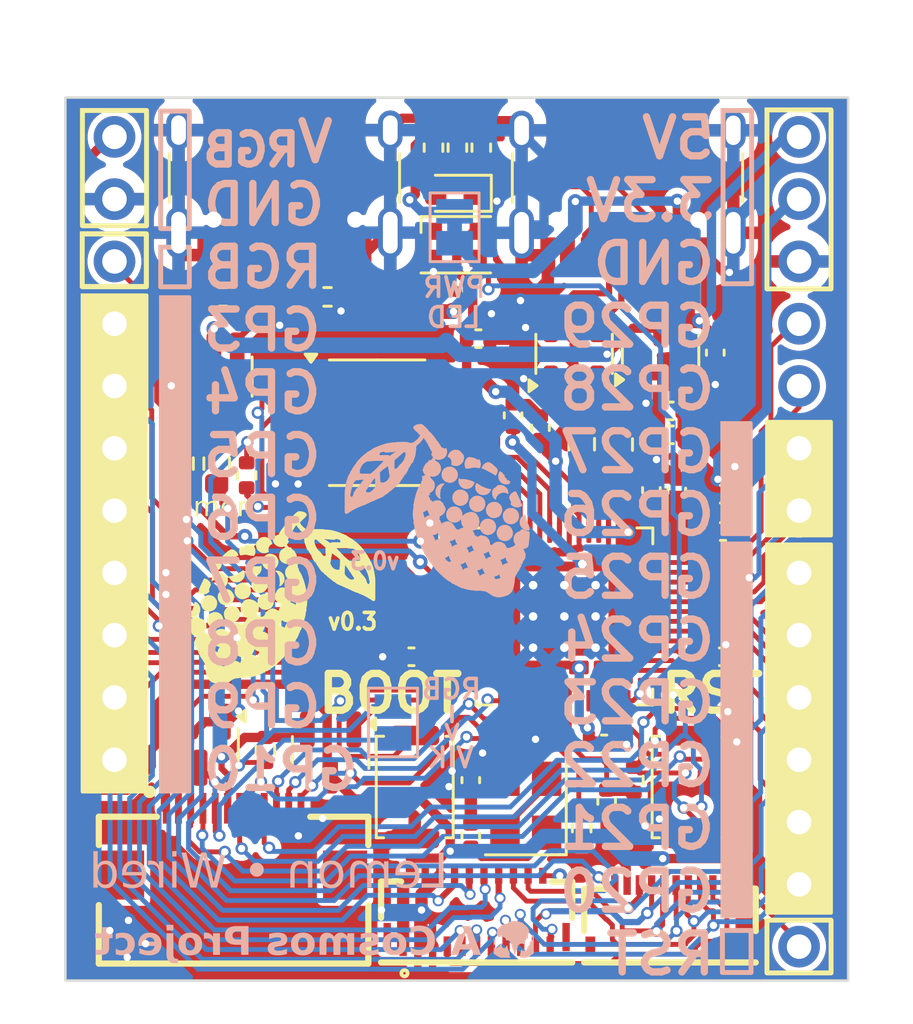
<source format=kicad_pcb>
(kicad_pcb (version 20241229) (generator "pcbnew") (generator_version "9.0")
  (title_block (rev "v0.3"))
  (layers (0 "F.Cu" signal) (2 "B.Cu" signal) (13 "F.Paste" user) (15 "B.Paste" user) (5 "F.SilkS" user "F.Silkscreen") (7 "B.SilkS" user "B.Silkscreen") (1 "F.Mask" user) (3 "B.Mask" user) (25 "Edge.Cuts" user))
  (net 0 "")
  (net 1 "+3V3")
  (net 2 "GND")
  (net 3 "XTAL_IN")
  (net 4 "/XTAL_O")
  (net 5 "+1V1")
  (net 6 "+5V")
  (net 7 "/CC1")
  (net 8 "D_USB_P")
  (net 9 "D_USB_N")
  (net 11 "/CC2")
  (net 13 "~{RESET}")
  (net 14 "/GPIO2")
  (net 15 "/GPIO3")
  (net 16 "/~{USB_BOOT}")
  (net 17 "CS")
  (net 18 "D_P")
  (net 19 "/D_+")
  (net 20 "D_N")
  (net 21 "/D_-")
  (net 22 "XTAL_OUT")
  (net 23 "SD1")
  (net 24 "SD2")
  (net 25 "SD0")
  (net 26 "QSPI_CLK")
  (net 27 "SD3")
  (net 30 "Net-(D2-A)")
  (net 31 "/CC2_2")
  (net 33 "D2_USB_P")
  (net 34 "D2_USB_N")
  (net 36 "/CC2_1")
  (net 37 "D2_P")
  (net 38 "Net-(U3-GPIO0)")
  (net 39 "Net-(U3-GPIO1)")
  (net 40 "D2_N")
  (net 41 "NEOPIX")
  (net 42 "SPI1_RX")
  (net 43 "SPI1_SCK")
  (net 44 "SPI1_CS")
  (net 45 "SPI1_TX")
  (net 46 "SDA")
  (net 47 "SCL")
  (net 49 "/LED_INTERDATA")
  (net 50 "/C4")
  (net 51 "/C7")
  (net 52 "/C6")
  (net 53 "/C5")
  (net 54 "/C1")
  (net 55 "/C2")
  (net 56 "/C3")
  (net 57 "/GPIO29")
  (net 58 "/GPIO28")
  (net 60 "Net-(JP2-B)")
  (net 61 "VIK_GP1")
  (net 62 "VIK_GP2")
  (net 63 "/GPIO5")
  (net 64 "/GPIO10")
  (net 65 "/GPIO9")
  (net 66 "/GPIO6")
  (net 67 "/GPIO4")
  (net 68 "/LED_DATA")
  (net 69 "LED_ON")
  (net 70 "LED_PWR")
  (net 71 "/GPIO8")
  (net 72 "Net-(JP1-B)")
  (footprint "FPC-SMD_21P-P0.30_HDGC_0.3K-QX-21PWB" (layer "F.Cu") (at 192.0603 63.5659)
    (property "Reference" "FPC1" (hide yes))
    (property "Value" "Fingers" (hide yes))
  )
  (footprint "Capacitor_SMD:C_0402_1005Metric" (layer "F.Cu") (at 199.1934 46.407 90)
    (property "Reference" "C4" (hide yes))
    (property "Value" "1uF")
  )
  (footprint "Package_TO_SOT_SMD:SOT-23" (layer "F.Cu") (at 199.5678 40.7416 90)
    (property "Reference" "U4" (hide yes))
    (property "Value" "XC6206PxxxMR-Regulator_Linear")
  )
  (footprint "Resistor_SMD:R_0603_1608Metric" (layer "F.Cu") (at 197.898 44.5456 -90)
    (property "Reference" "R6" (hide yes))
    (property "Value" "27R")
  )
  (footprint "Resistor_SMD:R_0402_1005Metric" (layer "F.Cu") (at 192.25 32.44 90)
    (property "Reference" "R3" (hide yes))
    (property "Value" "5k1")
  )
  (footprint "Button_Switch_SMD:SW_Push_SPST_NO_Alps_SKRK" (layer "F.Cu") (at 200.792354 58.511475 90)
    (property "Reference" "SW2" (hide yes))
    (property "Value" "SW_Push")
  )
  (footprint "Resistor_SMD:R_0603_1608Metric" (layer "F.Cu") (at 181.45 45.325 90)
    (property "Reference" "R9" (hide yes))
    (property "Value" "27R")
  )
  (footprint "Resistor_SMD:R_0402_1005Metric" (layer "F.Cu") (at 191.275 32.44 90)
    (property "Reference" "R4" (hide yes))
    (property "Value" "5k1")
  )
  (footprint "Capacitor_SMD:C_0402_1005Metric" (layer "F.Cu") (at 202.075 53.2)
    (property "Reference" "C11" (hide yes))
    (property "Value" "100nF")
  )
  (footprint "Capacitor_SMD:C_0402_1005Metric" (layer "F.Cu") (at 200.2282 46.4298 90)
    (property "Reference" "C8" (hide yes))
    (property "Value" "1uF")
  )
  (footprint "LED_SMD:LED_0603_1608Metric" (layer "F.Cu") (at 191.175 34.3 180)
    (property "Reference" "D2" (hide yes))
    (property "Value" "LED_Small")
  )
  (footprint "ProPrj_New-easyedapro:FPC-SMD_10P-P0.50_HC-FPC-05-09-10RLTAG" (layer "F.Cu") (at 199.951029 63.7594 180)
    (property "Reference" "FPC2" (hide yes))
    (property "Value" "Thumbs")
  )
  (footprint "Connector_USB:USB_C_Receptacle_HRO_TYPE-C-31-M-12" (layer "F.Cu") (at 184.21525 32.7746 180)
    (property "Reference" "J2" (hide yes))
    (property "Value" "USB_C_Receptacle_USB2.0")
  )
  (footprint "Capacitor_SMD:C_0402_1005Metric" (layer "F.Cu") (at 199.975 43.175)
    (property "Reference" "C17" (hide yes))
    (property "Value" "1uF")
  )
  (footprint "Capacitor_SMD:C_0402_1005Metric" (layer "F.Cu") (at 194.6656 43.8658 90)
    (property "Reference" "C13" (hide yes))
    (property "Value" "100nF")
  )
  (footprint "ProPrj_New-easyedapro:FPC-SMD_FPC05012-09200" (layer "F.Cu") (at 182.14 60.7405)
    (property "Reference" "VIK1" (hide yes))
    (property "Value" "VIK Conn")
  )
  (footprint "Capacitor_SMD:C_0402_1005Metric" (layer "F.Cu") (at 201.8 40.8 90)
    (property "Reference" "C16" (hide yes))
    (property "Value" "1uF")
  )
  (footprint "Capacitor_SMD:C_0402_1005Metric" (layer "F.Cu") (at 197.366204 59.108832 -90)
    (property "Reference" "C10" (hide yes))
    (property "Value" "100nF")
  )
  (footprint "Capacitor_SMD:C_0402_1005Metric" (layer "F.Cu") (at 190.913 48.254 90)
    (property "Reference" "C15" (hide yes))
    (property "Value" "100nF")
  )
  (footprint "Package_TO_SOT_SMD:SOT-23-6" (layer "F.Cu") (at 196.0372 40.8487 90)
    (property "Reference" "U2" (hide yes))
    (property "Value" "USBLC6-2SC6")
  )
  (footprint "Capacitor_SMD:C_0402_1005Metric" (layer "F.Cu") (at 197.265611 56.752811)
    (property "Reference" "C6" (hide yes))
    (property "Value" "100nF")
  )
  (footprint "Resistor_SMD:R_0402_1005Metric" (layer "F.Cu") (at 182.675 45.8 -90)
    (property "Reference" "R1" (hide yes))
    (property "Value" "1k")
  )
  (footprint "Resistor_SMD:R_0402_1005Metric" (layer "F.Cu") (at 185.975 38.525)
    (property "Reference" "R10" (hide yes))
    (property "Value" "5k1")
  )
  (footprint "Capacitor_SMD:C_0402_1005Metric" (layer "F.Cu") (at 193.548 43.3578 90)
    (property "Reference" "C5" (hide yes))
    (property "Value" "100nF")
  )
  (footprint "Capacitor_SMD:C_0402_1005Metric" (layer "F.Cu") (at 192.1322 40.2276)
    (property "Reference" "C1" (hide yes))
    (property "Value" "100nF")
  )
  (footprint "Resistor_SMD:R_0402_1005Metric" (layer "F.Cu") (at 181.7116 38.525 180)
    (property "Reference" "R11" (hide yes))
    (property "Value" "5k1")
  )
  (footprint "Capacitor_SMD:C_0402_1005Metric" (layer "F.Cu") (at 191.821757 58.23035 90)
    (property "Reference" "C2" (hide yes))
    (property "Value" "22pF")
  )
  (footprint "Capacitor_SMD:C_0402_1005Metric" (layer "F.Cu") (at 202.11725 48.095357)
    (property "Reference" "C9" (hide yes))
    (property "Value" "100nF")
  )
  (footprint "Resistor_SMD:R_0402_1005Metric" (layer "F.Cu") (at 190.3 32.44 -90)
    (property "Reference" "R16" (hide yes))
    (property "Value" "1k")
  )
  (footprint "Capacitor_SMD:C_0402_1005Metric" (layer "F.Cu") (at 199.975 44.15 180)
    (property "Reference" "C7" (hide yes))
    (property "Value" "10uF")
  )
  (footprint "Resistor_SMD:R_0402_1005Metric" (layer "F.Cu") (at 183.44 57 90)
    (property "Reference" "R14" (hide yes))
    (property "Value" "5k1")
  )
  (footprint "LOGO" (layer "F.Cu") (at 184.275543 50.727719)
    (property "Reference" "G***" (hide yes))
    (property "Value" "LOGO" (hide yes))
  )
  (footprint "Capacitor_SMD:C_0402_1005Metric" (layer "F.Cu") (at 191.821757 60.49215 -90)
    (property "Reference" "C3" (hide yes))
    (property "Value" "22pF")
  )
  (footprint "Resistor_SMD:R_0603_1608Metric" (layer "F.Cu") (at 196.3486 44.5334 -90)
    (property "Reference" "R5" (hide yes))
    (property "Value" "27R")
  )
  (footprint "Sleep-Lib:RP2040-QFN-56" (layer "F.Cu") (at 195.64025 51.556107)
    (property "Reference" "U3" (hide yes))
    (property "Value" "RP2040")
  )
  (footprint "Package_TO_SOT_SMD:SOT-23" (layer "F.Cu") (at 186.1 57.1015 -90)
    (property "Reference" "Q2" (hide yes))
    (property "Value" "Q_PMOS_SGD")
  )
  (footprint "Resistor_SMD:R_0603_1608Metric" (layer "F.Cu") (at 179.975 45.325 90)
    (property "Reference" "R8" (hide yes))
    (property "Value" "27R")
  )
  (footprint "LED_SMD:LED_WS2812B-2020_PLCC4_2.0x2.0mm" (layer "F.Cu") (at 191.21 36.4)
    (property "Reference" "D1" (hide yes))
    (property "Value" "WS2812B-2020")
  )
  (footprint "Crystal:Crystal_SMD_3225-4Pin_3.2x2.5mm" (layer "F.Cu") (at 194.0678 59.2758 90)
    (property "Reference" "Y1" (hide yes))
    (property "Value" "12MHz")
  )
  (footprint "Package_SO:SOP-8_3.9x4.9mm_P1.27mm" (layer "F.Cu") (at 187.9988 43.6566)
    (property "Reference" "U1" (hide yes))
    (property "Value" "W25Q128JVS")
  )
  (footprint "Resistor_SMD:R_0402_1005Metric" (layer "F.Cu") (at 198.4756 58.2168 90)
    (property "Reference" "R2" (hide yes))
    (property "Value" "1k")
  )
  (footprint "Capacitor_SMD:C_0402_1005Metric" (layer "F.Cu") (at 189.4 53.2 180)
    (property "Reference" "C12" (hide yes))
    (property "Value" "100nF")
  )
  (footprint "Button_Switch_SMD:SW_Push_SPST_NO_Alps_SKRK" (layer "F.Cu") (at 189.533554 58.511475 90)
    (property "Reference" "SW1" (hide yes))
    (property "Value" "SW_Push")
  )
  (footprint "Package_TO_SOT_SMD:SOT-23-6" (layer "F.Cu") (at 181.3375 41.775 90)
    (property "Reference" "U5" (hide yes))
    (property "Value" "USBLC6-2SC6")
  )
  (footprint "Connector_USB:USB_C_Receptacle_HRO_TYPE-C-31-M-12" (layer "F.Cu") (at 198.21525 32.781875 180)
    (property "Reference" "J1" (hide yes))
    (property "Value" "USB_C_Receptacle_USB2.0")
  )
  (footprint "Package_TO_SOT_SMD:SOT-23" (layer "F.Cu") (at 180.775 56.7875 -90)
    (property "Reference" "Q1" (hide yes))
    (property "Value" "Q_NMOS")
  )
  (footprint "Resistor_SMD:R_0402_1005Metric" (layer "F.Cu") (at 196.347354 60.189075 90)
    (property "Reference" "R7" (hide yes))
    (property "Value" "1k")
  )
  (footprint "Capacitor_SMD:C_0402_1005Metric" (layer "F.Cu") (at 202.11725 46.571357)
    (property "Reference" "C14" (hide yes))
    (property "Value" "100nF")
  )
  (footprint "Jumper:SolderJumper-2_P1.3mm_Open_Pad1.0x1.5mm" (layer "B.Cu") (at 188.6458 55.88 -90)
    (property "Reference" "JP2" (hide yes))
    (property "Value" "SolderJumper_2_Open")
  )
  (footprint "Connector_PinHeader_2.54mm:PinHeader_1x11_P2.54mm_Vertical" (layer "B.Cu") (at 177.28 32 180)
    (property "Reference" "J5" (hide yes))
    (property "Value" "Conn_01x11")
  )
  (footprint "Connector_PinHeader_2.54mm:PinHeader_1x14_P2.54mm_Vertical" (layer "B.Cu") (at 205.22 32 180)
    (property "Reference" "J3" (hide yes))
    (property "Value" "Conn_01x11")
  )
  (footprint "LOGO" (layer "B.Cu") (at 190.323657 47.171719 180)
    (property "Reference" "G***" (hide yes))
    (property "Value" "LOGO" (hide yes))
  )
  (footprint "Footprints:cosmoslogo-kicad-small" (layer "B.Cu") (at 194.392832 63.975623 180)
    (property "Reference" "svg2mod" (hide yes))
    (property "Value" "G***" (hide yes))
  )
  (footprint "Jumper:SolderJumper-2_P1.3mm_Bridged_Pad1.0x1.5mm" (layer "B.Cu") (at 191.1604 35.687 90)
    (property "Reference" "JP1" (hide yes))
    (property "Value" "SolderJumper_2_Bridged")
  )
  (gr_rect (start 175.9734 38.4592) (end 178.5896 58.6994) (stroke (width 0.15)) (fill yes) (layer "F.SilkS"))
  (gr_rect (start 203.909 63.9413) (end 206.5252 66.0913) (stroke (width 0.2)) (fill no) (layer "F.SilkS"))
  (gr_rect (start 175.9638 35.9625) (end 178.58 38.1125) (stroke (width 0.2)) (fill no) (layer "F.SilkS"))
  (gr_rect (start 203.909 30.9) (end 206.5252 38.2) (stroke (width 0.2)) (fill no) (layer "F.SilkS"))
  (gr_rect (start 203.909 43.6161) (end 206.5252 48.2557) (stroke (width 0.15)) (fill yes) (layer "F.SilkS"))
  (gr_rect (start 175.9638 35.95) (end 178.58 38.1) (stroke (width 0.2)) (fill no) (layer "F.SilkS"))
  (gr_rect (start 175.9719 30.925) (end 178.5881 35.625) (stroke (width 0.2)) (fill no) (layer "F.SilkS"))
  (gr_rect (start 203.909 48.6147) (end 206.5252 63.6413) (stroke (width 0.15)) (fill yes) (layer "F.SilkS"))
  (gr_rect (start 179.1658 36.5) (end 180.3342 38.1146) (stroke (width 0.2)) (fill no) (layer "B.SilkS"))
  (gr_rect (start 202.0824 43.6678) (end 203.2508 48.204) (stroke (width 0.15)) (fill yes) (layer "B.SilkS"))
  (gr_rect (start 202.0848 48.5775) (end 203.2532 63.7921) (stroke (width 0.15)) (fill yes) (layer "B.SilkS"))
  (gr_rect (start 202.0908 64.3604) (end 203.2592 66.075) (stroke (width 0.2)) (fill no) (layer "B.SilkS"))
  (gr_rect (start 179.1658 30.95) (end 180.3342 35.7402) (stroke (width 0.2)) (fill no) (layer "B.SilkS"))
  (gr_rect (start 179.1716 38.5342) (end 180.34 58.6994) (stroke (width 0.15)) (fill yes) (layer "B.SilkS"))
  (gr_rect (start 202.1158 30.925) (end 203.2842 37.9896) (stroke (width 0.2)) (fill no) (layer "B.SilkS"))
  (gr_rect (start 175.28 30.400625) (end 207.22 66.400625) (stroke (width 0.1)) (fill no) (layer "Edge.Cuts"))
  (gr_text "${REVISION}" (at 186.9948 51.7652 0) (layer "F.SilkS") (effects (font (size 0.68 0.63))))
  (gr_text "BOOT" (at 188.5426 54.7 0) (layer "F.SilkS") (effects (font (size 1.5 1.5) (thickness 0.3))))
  (gr_text "RST" (at 201.676 54.7 0) (layer "F.SilkS") (effects (font (size 1.5 1.5) (thickness 0.3))))
  (gr_text "Lemon" (at 179.2 47.6 0) (layer "F.SilkS") (effects (font (size 0.8 0.8) (thickness 0.1)) (justify left bottom)))
  (gr_text "LED" (at 192.3034 39.8272 0) (layer "B.SilkS") (effects (font (size 0.8 0.8) (thickness 0.15) (bold yes)) (justify left bottom mirror)))
  (gr_text "PWR" (at 192.5066 38.608 0) (layer "B.SilkS") (effects (font (size 0.8 0.8) (thickness 0.15) (bold yes)) (justify left bottom mirror)))
  (gr_text "5V\n3.3V\nGND\nGP29\nGP28\nGP27\nGP26\nGP25\nGP24\nGP23\nGP22\nGP21\nGP20\nRST" (at 201.9308 48.6918 0) (layer "B.SilkS") (effects (font (size 1.59 1.6) (thickness 0.3)) (justify left mirror)))
  (gr_text "A Cosmos Project" (at 184.35 65.55 0) (layer "B.SilkS") (effects (font (size 1.15 1.15) (thickness 0.28125) (bold yes)) (justify bottom mirror)))
  (gr_text "V_{RGB}\nGND\nRGB\nGP3\nGP4\nGP5\nGP6\nGP7\nGP8\nGP9\nGP10" (at 180.748 45.0088 0) (layer "B.SilkS") (effects (font (size 1.59 1.6) (thickness 0.3)) (justify right mirror)))
  (gr_text "VIK" (at 192.024 57.785 0) (layer "B.SilkS") (effects (font (size 0.8 0.8) (thickness 0.15) (bold yes)) (justify left bottom mirror)))
  (gr_text "${REVISION}" (at 187.9 49.3 0) (layer "B.SilkS") (effects (font (size 0.68 0.63)) (justify mirror)))
  (gr_text ">" (at 191.4652 55.6768 90) (layer "B.SilkS") (effects (font (size 0.8 0.8) (thickness 0.15) (bold yes)) (justify left bottom mirror)))
  (gr_text "-" (at 191.4652 54.9402 90) (layer "B.SilkS") (effects (font (size 0.8 0.8) (thickness 0.15) (bold yes)) (justify left bottom mirror)))
  (gr_text "RGB" (at 192.3288 54.991 0) (layer "B.SilkS") (effects (font (size 0.8 0.8) (thickness 0.15) (bold yes)) (justify left bottom mirror)))
  (gr_text "Lemon • Wired" (at 190.9 62.85 0) (layer "B.SilkS") (effects (font (size 1.4 1.4)) (justify left bottom mirror)))
  (segment (start 191.95 35.85) (end 192.125 35.85) (width 0.381) (layer "F.Cu") (net 1))
  (segment (start 191.6905 37.6905) (end 191.475 37.6905) (width 0.381) (layer "F.Cu") (net 1))
  (segment (start 201.63725 46.232124) (end 201.9065 45.962874) (width 0.381) (layer "F.Cu") (net 1))
  (segment (start 181.902994 55.85) (end 182.340494 55.4125) (width 0.381) (layer "F.Cu") (net 1))
  (segment (start 195.84025 54.459747) (end 195.759851 54.379349) (width 0.2) (layer "F.Cu") (net 1))
  (segment (start 201.025357 52.556107) (end 201.279375 52.810125) (width 0.2) (layer "F.Cu") (net 1))
  (segment (start 179.8262 56.978) (end 180.025 56.978) (width 0.381) (layer "F.Cu") (net 1))
  (segment (start 199.07775 52.556107) (end 201.025357 52.556107) (width 0.2) (layer "F.Cu") (net 1))
  (segment (start 189.88 52.883636) (end 189.88 53.2) (width 0.2) (layer "F.Cu") (net 1))
  (segment (start 188.221141 52.171141) (end 188.552939 52.502939) (width 0.381) (layer "F.Cu") (net 1))
  (segment (start 197.84025 48.118607) (end 198.24025 47.718607) (width 0.2) (layer "F.Cu") (net 1))
  (segment (start 189.636606 52.646607) (end 190.375 52.646607) (width 0.381) (layer "F.Cu") (net 1))
  (segment (start 201.63725 46.571357) (end 201.63725 48.095357) (width 0.381) (layer "F.Cu") (net 1))
  (segment (start 179.3595 57.4447) (end 179.8262 56.978) (width 0.381) (layer "F.Cu") (net 1))
  (segment (start 189.88 53.2) (end 189.88 52.890001) (width 0.381) (layer "F.Cu") (net 1))
  (segment (start 196.24025 48.118607) (end 196.24025 48.712357) (width 0.2) (layer "F.Cu") (net 1))
  (segment (start 195.84025 56.4896) (end 195.84025 54.993607) (width 0.2) (layer "F.Cu") (net 1))
  (segment (start 194.9008 44.431881) (end 194.740159 44.27124) (width 0.381) (layer "F.Cu") (net 1))
  (segment (start 196.0184 47.203507) (end 196.02125 47.206357) (width 0.2) (layer "F.Cu") (net 1))
  (segment (start 201.298807 46.9098) (end 201.63725 46.571357) (width 0.381) (layer "F.Cu") (net 1))
  (segment (start 196.0184 47.203507) (end 196.0184 46.215848) (width 0.2) (layer "F.Cu") (net 1))
  (segment (start 199.07775 48.956107) (end 198.2085 48.956107) (width 0.2) (layer "F.Cu") (net 1))
  (segment (start 200.5178 41.6791) (end 200.5178 43.3156) (width 0.381) (layer "F.Cu") (net 1))
  (segment (start 180.425 56.675) (end 180.1982 56.9018) (width 0.2286) (layer "F.Cu") (net 1))
  (segment (start 181.725 55.85) (end 181.902994 55.85) (width 0.381) (layer "F.Cu") (net 1))
  (segment (start 195.84025 54.993607) (end 195.84025 54.459747) (width 0.2) (layer "F.Cu") (net 1))
  (segment (start 190.6045 52.5751) (end 190.188536 52.5751) (width 0.2) (layer "F.Cu") (net 1))
  (segment (start 197.84025 48.644357) (end 197.84025 48.118607) (width 0.2) (layer "F.Cu") (net 1))
  (segment (start 198.18025 48.984357) (end 197.84025 48.644357) (width 0.2) (layer "F.Cu") (net 1))
  (segment (start 188.552939 52.502939) (end 188.6257 52.5757) (width 0.2286) (layer "F.Cu") (net 1))
  (segment (start 191.135107 48.956107) (end 190.913 48.734) (width 0.2) (layer "F.Cu") (net 1))
  (segment (start 180.5155 56.3792) (end 180.5155 56.2887) (width 0.381) (layer "F.Cu") (net 1))
  (segment (start 195.285065 45.482513) (end 195.285065 45.224335) (width 0.2) (layer "F.Cu") (net 1))
  (segment (start 192.20275 52.556107) (end 190.6045 52.556107) (width 0.2) (layer "F.Cu") (net 1))
  (segment (start 190.188536 52.5751) (end 189.88 52.883636) (width 0.2) (layer "F.Cu") (net 1))
  (segment (start 195.84025 56.72445) (end 195.84025 56.4896) (width 0.2) (layer "F.Cu") (net 1))
  (segment (start 195.84025 56.743584) (end 195.84025 56.4896) (width 0.2) (layer "F.Cu") (net 1))
  (segment (start 181.825 55.95) (end 181.725 55.85) (width 0.381) (layer "F.Cu") (net 1))
  (segment (start 182.282383 52.425) (end 182.541883 52.1655) (width 0.381) (layer "F.Cu") (net 1))
  (segment (start 198.377632 58.628832) (end 198.4756 58.7268) (width 0.5) (layer "F.Cu") (net 1))
  (segment (start 188.6257 52.5757) (end 189.359822 52.5757) (width 0.2286) (layer "F.Cu") (net 1))
  (segment (start 195.84025 48.118607) (end 195.84025 48.974375) (width 0.2) (layer "F.Cu") (net 1))
  (segment (start 198.24025 48.917357) (end 198.30725 48.984357) (width 0.2) (layer "F.Cu") (net 1))
  (segment (start 194.9008 44.84007) (end 194.9008 44.581) (width 0.381) (layer "F.Cu") (net 1))
  (segment (start 180.5155 56.2887) (end 180.9542 55.85) (width 0.381) (layer "F.Cu") (net 1))
  (segment (start 201.34225 48.095357) (end 201.63725 48.095357) (width 0.381) (layer "F.Cu") (net 1))
  (segment (start 192.8368 42.3926) (end 192.2466 41.8024) (width 0.5) (layer "F.Cu") (net 1))
  (segment (start 191.9 37.9) (end 191.6905 37.6905) (width 0.381) (layer "F.Cu") (net 1))
  (segment (start 180.9542 55.85) (end 181.725 55.85) (width 0.381) (layer "F.Cu") (net 1))
  (segment (start 180.425 56.628052) (end 180.425 56.675) (width 0.2286) (layer "F.Cu") (net 1))
  (segment (start 194.9008 44.84007) (end 194.9008 44.431881) (width 0.381) (layer "F.Cu") (net 1))
  (segment (start 191.5988 41.7516) (end 190.6238 41.7516) (width 0.5) (layer "F.Cu") (net 1))
  (segment (start 191.25 37.4655) (end 191.25 36.55) (width 0.381) (layer "F.Cu") (net 1))
  (segment (start 200.4516 44.507974) (end 201.9065 45.962874) (width 0.381) (layer "F.Cu") (net 1))
  (segment (start 191.6496 41.8024) (end 191.5988 41.7516) (width 0.5) (layer "F.Cu") (net 1))
  (segment (start 201.63725 46.571357) (end 201.63725 46.232124) (width 0.381) (layer "F.Cu") (net 1))
  (segment (start 196.205611 57.089811) (end 195.84025 56.72445) (width 0.2) (layer "F.Cu") (net 1))
  (segment (start 199.07775 48.956107) (end 200.4815 48.956107) (width 0.2) (layer "F.Cu") (net 1))
  (segment (start 192.20275 48.956107) (end 191.135107 48.956107) (width 0.2) (layer "F.Cu") (net 1))
  (segment (start 200.2282 46.9098) (end 201.298807 46.9098) (width 0.381) (layer "F.Cu") (net 1))
  (segment (start 195.533303 54.1528) (end 195.3768 54.1528) (width 0.2) (layer "F.Cu") (net 1))
  (segment (start 198.24025 48.118607) (end 198.24025 48.917357) (width 0.2) (layer "F.Cu") (net 1))
  (segment (start 199.07775 52.556107) (end 198.196 52.556107) (width 0.2) (layer "F.Cu") (net 1))
  (segment (start 197.366204 58.628832) (end 197.366204 57.590004) (width 0.2) (layer "F.Cu") (net 1))
  (segment (start 179.3595 57.4447) (end 179.3595 59.378) (width 0.381) (layer "F.Cu") (net 1))
  (segment (start 193.370018 48.956107) (end 193.453 48.873125) (width 0.2) (layer "F.Cu") (net 1))
  (segment (start 192.20275 52.556107) (end 192.9575 52.556107) (width 0.2) (layer "F.Cu") (net 1))
  (segment (start 189.88 52.890001) (end 189.636606 52.646607) (width 0.381) (layer "F.Cu") (net 1))
  (segment (start 191.25 36.55) (end 191.95 35.85) (width 0.381) (layer "F.Cu") (net 1))
  (segment (start 180.153052 56.9) (end 180.025 56.9) (width 0.2) (layer "F.Cu") (net 1))
  (segment (start 195.84025 47.387357) (end 195.84025 48.118607) (width 0.2) (layer "F.Cu") (net 1))
  (segment (start 191.6522 40.2276) (end 191.9 39.9798) (width 0.381) (layer "F.Cu") (net 1))
  (segment (start 189.359822 52.5757) (end 189.430729 52.646607) (width 0.2286) (layer "F.Cu") (net 1))
  (segment (start 196.459477 57.362811) (end 195.84025 56.743584) (width 0.2) (layer "F.Cu") (net 1))
  (segment (start 197.366204 58.628832) (end 198.377632 58.628832) (width 0.5) (layer "F.Cu") (net 1))
  (segment (start 197.139011 57.362811) (end 196.459477 57.362811) (width 0.2) (layer "F.Cu") (net 1))
  (segment (start 192.20275 48.956107) (end 193.370018 48.956107) (width 0.2) (layer "F.Cu") (net 1))
  (segment (start 200.4815 48.956107) (end 201.34225 48.095357) (width 0.2) (layer "F.Cu") (net 1))
  (segment (start 180.1982 56.9018) (end 180.153052 56.9018) (width 0.2286) (layer "F.Cu") (net 1))
  (segment (start 190.6045 52.556107) (end 190.6045 52.5751) (width 0.2) (layer "F.Cu") (net 1))
  (segment (start 194.9008 44.84007) (end 195.285065 45.224335) (width 0.381) (layer "F.Cu") (net 1))
  (segment (start 189.88 52.890001) (end 190.123394 52.646607) (width 0.381) (layer "F.Cu") (net 1))
  (segment (start 201.595 53.2) (end 201.595 53.015001) (width 0.381) (layer "F.Cu") (net 1))
  (segment (start 190.123394 52.646607) (end 190.375 52.646607) (width 0.381) (layer "F.Cu") (net 1))
  (segment (start 196.0184 46.215848) (end 195.285065 45.482513) (width 0.2) (layer "F.Cu") (net 1))
  (segment (start 192.2466 41.8024) (end 191.6496 41.8024) (width 0.5) (layer "F.Cu") (net 1))
  (segment (start 200.4516 44.507974) (end 200.4516 42.7345) (width 0.381) (layer "F.Cu") (net 1))
  (segment (start 197.366204 57.590004) (end 197.139011 57.362811) (width 0.2) (layer "F.Cu") (net 1))
  (segment (start 195.84025 48.974375) (end 195.866 49.000125) (width 0.2) (layer "F.Cu") (net 1))
  (segment (start 191.475 37.6905) (end 191.25 37.4655) (width 0.381) (layer "F.Cu") (net 1))
  (segment (start 196.02125 47.206357) (end 195.84025 47.387357) (width 0.2) (layer "F.Cu") (net 1))
  (segment (start 191.6522 40.2276) (end 191.6522 41.6982) (width 0.381) (layer "F.Cu") (net 1))
  (segment (start 192.9575 52.556107) (end 192.97325 52.540357) (width 0.2) (layer "F.Cu") (net 1))
  (segment (start 194.9008 44.581) (end 194.6656 44.3458) (width 0.381) (layer "F.Cu") (net 1))
  (segment (start 201.595 53.015001) (end 201.226606 52.646607) (width 0.381) (layer "F.Cu") (net 1))
  (segment (start 188.221141 52.1655) (end 188.221141 52.171141) (width 0.381) (layer "F.Cu") (net 1))
  (segment (start 191.9 39.9798) (end 191.9 37.9) (width 0.381) (layer "F.Cu") (net 1))
  (segment (start 195.759851 54.379349) (end 195.533303 54.1528) (width 0.2) (layer "F.Cu") (net 1))
  (segment (start 189.636606 52.646607) (end 189.430729 52.646607) (width 0.381) (layer "F.Cu") (net 1))
  (segment (start 196.24025 48.118607) (end 196.24025 47.425357) (width 0.2) (layer "F.Cu") (net 1))
  (segment (start 196.205611 57.108945) (end 196.205611 57.089811) (width 0.2) (layer "F.Cu") (net 1))
  (segment (start 180.425 56.3792) (end 180.425 56.628052) (width 0.2) (layer "F.Cu") (net 1))
  (segment (start 182.541883 52.1655) (end 188.221141 52.1655) (width 0.381) (layer "F.Cu") (net 1))
  (segment (start 198.2085 48.956107) (end 198.18025 48.984357) (width 0.2) (layer "F.Cu") (net 1))
  (segment (start 196.24025 47.425357) (end 196.02125 47.206357) (width 0.2) (layer "F.Cu") (net 1))
  (via (at 182.282383 52.425) (size 0.6) (drill 0.3) (layers "F.Cu" "B.Cu") (net 1))
  (via (at 198.24025 48.118607) (size 0.6) (drill 0.3) (layers "F.Cu" "B.Cu") (net 1))
  (via (at 195.285065 45.224335) (size 0.6) (drill 0.3) (layers "F.Cu" "B.Cu") (net 1))
  (via (at 201.9065 45.962874) (size 0.6) (drill 0.3) (layers "F.Cu" "B.Cu") (net 1))
  (via (at 192.8368 42.3926) (size 0.6) (drill 0.3) (layers "F.Cu" "B.Cu") (net 1))
  (via (at 182.340494 55.4125) (size 0.6) (drill 0.3) (layers "F.Cu" "B.Cu") (net 1))
  (segment (start 203.9 35.64) (end 205.4 34.14) (width 0.381) (layer "B.Cu") (net 1))
  (segment (start 193.322475 42.3926) (end 195.2818 44.351925) (width 0.5) (layer "B.Cu") (net 1))
  (segment (start 192.8368 42.3926) (end 193.322475 42.3926) (width 0.5) (layer "B.Cu") (net 1))
  (segment (start 203.9 43.125) (end 203.9 35.64) (width 0.381) (layer "B.Cu") (net 1))
  (segment (start 182.2576 55.3734) (end 182.2576 52.449783) (width 0.381) (layer "B.Cu") (net 1))
  (segment (start 195.2818 44.6786) (end 195.2818 45.22107) (width 0.5) (layer "B.Cu") (net 1))
  (segment (start 195.2818 45.22107) (end 195.285065 45.224335) (width 0.5) (layer "B.Cu") (net 1))
  (segment (start 182.2576 52.449783) (end 182.282383 52.425) (width 0.381) (layer "B.Cu") (net 1))
  (segment (start 196.353007 48.118607) (end 198.24025 48.118607) (width 0.5) (layer "B.Cu") (net 1))
  (segment (start 201.9065 45.1185) (end 203.9 43.125) (width 0.381) (layer "B.Cu") (net 1))
  (segment (start 182.340494 55.4125) (end 182.2967 55.4125) (width 0.381) (layer "B.Cu") (net 1))
  (segment (start 195.2818 47.0474) (end 196.353007 48.118607) (width 0.5) (layer "B.Cu") (net 1))
  (segment (start 195.2818 44.351925) (end 195.2818 44.6786) (width 0.5) (layer "B.Cu") (net 1))
  (segment (start 195.2818 44.6786) (end 195.2818 47.0474) (width 0.5) (layer "B.Cu") (net 1))
  (segment (start 201.9065 45.962874) (end 201.9065 45.1185) (width 0.381) (layer "B.Cu") (net 1))
  (segment (start 182.2967 55.4125) (end 182.2576 55.3734) (width 0.381) (layer "B.Cu") (net 1))
  (segment (start 199.517 59.817) (end 199.517 60.198) (width 0.2) (layer "F.Cu") (net 2))
  (segment (start 184.775 46.1546) (end 184.7808 46.1546) (width 0.381) (layer "F.Cu") (net 2))
  (segment (start 198.6178 41.6791) (end 198.6178 42.508) (width 0.381) (layer "F.Cu") (net 2))
  (segment (start 184.775 46.1546) (end 184.775 45.9378) (width 0.381) (layer "F.Cu") (net 2))
  (segment (start 202.555 53.000907) (end 202.555 53.2) (width 0.381) (layer "F.Cu") (net 2))
  (segment (start 198.18189 56.7716) (end 197.7644 56.7716) (width 0.381) (layer "F.Cu") (net 2))
  (segment (start 199.4 45.1598) (end 199.4916 45.0682) (width 0.381) (layer "F.Cu") (net 2))
  (segment (start 202.59725 46.571357) (end 202.59725 48.095357) (width 0.381) (layer "F.Cu") (net 2))
  (segment (start 192.2025 31.242) (end 192.3 31.3395) (width 0.381) (layer "F.Cu") (net 2))
  (segment (start 179.89 62.303) (end 177.8294 64.3636) (width 0.2) (layer "F.Cu") (net 2))
  (segment (start 183.2083 40.4975) (end 184.023 39.6828) (width 0.381) (layer "F.Cu") (net 2))
  (segment (start 191.821757 60.01215) (end 192.85415 60.01215) (width 0.381) (layer "F.Cu") (net 2))
  (segment (start 192.3 31.3395) (end 193.502875 31.3395) (width 0.381) (layer "F.Cu") (net 2))
  (segment (start 188.176873 60.968156) (end 188.533554 60.611475) (width 0.635) (layer "F.Cu") (net 2))
  (segment (start 190.295 37.4886) (end 190.295 36.95) (width 0.5) (layer "F.Cu") (net 2))
  (segment (start 189.8103 63.5288) (end 189.7603 63.5788) (width 0.5) (layer "F.Cu") (net 2))
  (segment (start 189.7603 63.5788) (end 189.7603 65.0034) (width 0.5) (layer "F.Cu") (net 2))
  (segment (start 202.228168 52.706107) (end 202.372659 52.850598) (width 0.381) (layer "F.Cu") (net 2))
  (segment (start 186.485 39.06) (end 186.525 39.1) (width 0.254) (layer "F.Cu") (net 2))
  (segment (start 192.6122 39.265) (end 192.6656 39.2116) (width 0.381) (layer "F.Cu") (net 2))
  (segment (start 192.3034 57.1246) (end 191.511373 57.1246) (width 0.2) (layer "F.Cu") (net 2))
  (segment (start 199.517 60.198) (end 199.930475 60.611475) (width 0.2) (layer "F.Cu") (net 2))
  (segment (start 187.2996 60.6552) (end 188.6038 60.6552) (width 0.254) (layer "F.Cu") (net 2))
  (segment (start 202.404691 52.850598) (end 202.555 53.000907) (width 0.381) (layer "F.Cu") (net 2))
  (segment (start 184.775 46.1546) (end 183.8534 46.1546) (width 0.381) (layer "F.Cu") (net 2))
  (segment (start 194.6656 43.3858) (end 194.1576 42.8778) (width 0.381) (layer "F.Cu") (net 2))
  (segment (start 189.8103 62.8785) (end 190.5604 62.1284) (width 0.5) (layer "F.Cu") (net 2))
  (segment (start 178.55 64.65) (end 177.85 63.95) (width 0.2) (layer "F.Cu") (net 2))
  (segment (start 192.25 31.93) (end 192.25 31.3895) (width 0.381) (layer "F.Cu") (net 2))
  (segment (start 183.2083 41.4039) (end 183.2083 40.4975) (width 0.381) (layer "F.Cu") (net 2))
  (segment (start 189.8103 63.5288) (end 189.8103 62.8785) (width 0.5) (layer "F.Cu") (net 2))
  (segment (start 188.176873 63.5288) (end 188.176873 60.968156) (width 0.635) (layer "F.Cu") (net 2))
  (segment (start 184.7808 46.1546) (end 185.3738 45.5616) (width 0.381) (layer "F.Cu") (net 2))
  (segment (start 188.53525 31.7246) (end 189.01785 31.242) (width 0.381) (layer "F.Cu") (net 2))
  (segment (start 199.4 45.1598) (end 199.1934 45.3664) (width 0.381) (layer "F.Cu") (net 2))
  (segment (start 191.211757 57.603947) (end 191.211757 57.424216) (width 0.2) (layer "F.Cu") (net 2))
  (segment (start 190.9318 58.4962) (end 191.14595 58.71035) (width 0.381) (layer "F.Cu") (net 2))
  (segment (start 191.9625 34.3) (end 192.5674 34.3) (width 0.381) (layer "F.Cu") (net 2))
  (segment (start 189.8103 64.5535) (end 190.2602 65.0034) (width 0.5) (layer "F.Cu") (net 2))
  (segment (start 191.215 31.49) (end 191.2 31.475) (width 0.381) (layer "F.Cu") (net 2))
  (segment (start 192.6122 40.2276) (end 192.6122 39.265) (width 0.381) (layer "F.Cu") (net 2))
  (segment (start 191.511373 57.1246) (end 191.211757 57.424216) (width 0.2) (layer "F.Cu") (net 2))
  (segment (start 191.215 32.05) (end 191.215 31.49) (width 0.381) (layer "F.Cu") (net 2))
  (segment (start 194.1576 42.8778) (end 193.548 42.8778) (width 0.381) (layer "F.Cu") (net 2))
  (segment (start 198.201029 61.8054) (end 198.201029 62.5094) (width 0.254) (layer "F.Cu") (net 2))
  (segment (start 201.46525 36.84785) (end 202.1439 37.5265) (width 0.381) (layer "F.Cu") (net 2))
  (segment (start 191.211757 57.424216) (end 191.211757 58.10035) (width 0.2) (layer "F.Cu") (net 2))
  (segment (start 184.775 45.9378) (end 184.3988 45.5616) (width 0.381) (layer "F.Cu") (net 2))
  (segment (start 202.1439 37.5265) (end 202.376499 37.5265) (width 0.381) (layer "F.Cu") (net 2))
  (segment (start 198.6178 42.508) (end 198.9716 42.8618) (width 0.381) (layer "F.Cu") (net 2))
  (segment (start 190.2968 37.4904) (end 190.295 37.4886) (width 0.5) (layer "F.Cu") (net 2))
  (segment (start 201.8 42.1) (end 201.8 41.28) (width 0.381) (layer "F.Cu") (net 2))
  (segment (start 194.96525 37.809875) (end 194.96525 36.826875) (width 0.381) (layer "F.Cu") (net 2))
  (segment (start 194.4624 56.5658) (end 194.64025 56.38795) (width 0.2) (layer "F.Cu") (net 2))
  (segment (start 188.225 53.2) (end 188.92 53.2) (width 0.381) (layer "F.Cu") (net 2))
  (segment (start 194.64025 56.38795) (end 194.64025 54.993607) (width 0.2) (layer "F.Cu") (net 2))
  (segment (start 183.8488 46.1116) (end 184.3988 45.5616) (width 0.381) (layer "F.Cu") (net 2))
  (segment (start 191.0588 57.8612) (end 191.211757 57.603947) (width 0.2) (layer "F.Cu") (net 2))
  (segment (start 195.62445 40.864575) (end 194.60645 40.864575) (width 0.381) (layer "F.Cu") (net 2))
  (segment (start 182.88 41.7322) (end 183.2083 41.4039) (width 0.381) (layer "F.Cu") (net 2))
  (segment (start 183.8488 46.15) (end 183.8488 46.1116) (width 0.381) (layer "F.Cu") (net 2))
  (segment (start 197.050829 60.6552) (end 198.201029 61.8054) (width 0.254) (layer "F.Cu") (net 2))
  (segment (start 193.2178 60.128822) (end 194.9178 58.428822) (width 0.254) (layer "F.Cu") (net 2))
  (segment (start 190.151 47.746) (end 190.885 47.746) (width 0.381) (layer "F.Cu") (net 2))
  (segment (start 192.5674 34.3) (end 192.8876 34.6202) (width 0.381) (layer "F.Cu") (net 2))
  (segment (start 199.4916 45.0682) (end 199.4916 43.3818) (width 0.381) (layer "F.Cu") (net 2))
  (segment (start 200.2282 45.9498) (end 199.2162 45.9498) (width 0.381) (layer "F.Cu") (net 2))
  (segment (start 189.9602 62.7286) (end 189.8103 62.8785) (width 0.254) (layer "F.Cu") (net 2))
  (segment (start 181.3306 42.492101) (end 181.3306 42.28811) (width 0.381) (layer "F.Cu") (net 2))
  (segment (start 199.4 45.1598) (end 199.4382 45.1598) (width 0.381) (layer "F.Cu") (net 2))
  (segment (start 192.25 31.3895) (end 192.3 31.3395) (width 0.381) (layer "F.Cu") (net 2))
  (segment (start 199.4382 45.1598) (end 200.2282 45.9498) (width 0.381) (layer "F.Cu") (net 2))
  (segment (start 189.8103 63.5288) (end 189.8103 64.5535) (width 0.5) (layer "F.Cu") (net 2))
  (segment (start 191.211757 58.10035) (end 191.821757 58.71035) (width 0.2) (layer "F.Cu") (net 2))
  (segment (start 186.485 38.525) (end 186.485 39.06) (width 0.254) (layer "F.Cu") (net 2))
  (segment (start 199.4916 43.3818) (end 198.9716 42.8618) (width 0.381) (layer "F.Cu") (net 2))
  (segment (start 179.89 59.378) (end 179.89 62.303) (width 0.2) (layer "F.Cu") (net 2))
  (segment (start 191.14595 58.71035) (end 191.821757 58.71035) (width 0.381) (layer "F.Cu") (net 2))
  (segment (start 202.597 45.444125) (end 202.597 46.571107) (width 0.381) (layer "F.Cu") (net 2))
  (segment (start 177.8294 64.3636) (end 177.0888 64.3636) (width 0.2) (layer "F.Cu") (net 2))
  (segment (start 202.372659 52.850598) (end 202.404691 52.850598) (width 0.381) (layer "F.Cu") (net 2))
  (segment (start 191.821757 58.71035) (end 191.821757 60.01215) (width 0.381) (layer "F.Cu") (net 2))
  (segment (start 183.8534 46.1546) (end 183.8488 46.15) (width 0.381) (layer "F.Cu") (net 2))
  (segment (start 193.85 38.675) (end 194.100125 38.675) (width 0.381) (layer "F.Cu") (net 2))
  (segment (start 193.502875 31.3395) (end 193.89525 31.731875) (width 0.381) (layer "F.Cu") (net 2))
  (segment (start 194.100125 38.675) (end 194.96525 37.809875) (width 0.381) (layer "F.Cu") (net 2))
  (segment (start 189.01785 31.242) (end 192.2025 31.242) (width 0.381) (layer "F.Cu") (net 2))
  (segment (start 196.0372 41.277325) (end 195.62445 40.864575) (width 0.381) (layer "F.Cu") (net 2))
  (segment (start 181.3306 42.28811) (end 181.88651 41.7322) (width 0.381) (layer "F.Cu") (net 2))
  (segment (start 188.533554 60.611475) (end 189.533554 60.611475) (width 0.635) (layer "F.Cu") (net 2))
  (segment (start 178.55 64.9) (end 178.55 64.65) (width 0.2) (layer "F.Cu") (net 2))
  (segment (start 181.88651 41.7322) (end 182.88 41.7322) (width 0.381) (layer "F.Cu") (net 2))
  (segment (start 188.38025 35.9046) (end 187.46525 36.8196) (width 0.381) (layer "F.Cu") (net 2))
  (segment (start 189.9602 62.1284) (end 189.9602 62.7286) (width 0.254) (layer "F.Cu") (net 2))
  (segment (start 199.1934 45.3664) (end 199.1934 45.927) (width 0.381) (layer "F.Cu") (net 2))
  (segment (start 191.95 34.3) (end 191.9875 34.3) (width 0.381) (layer "F.Cu") (net 2))
  (segment (start 202.438 53.317) (end 202.555 53.2) (width 0.381) (layer "F.Cu") (net 2))
  (via (at 194.4624 56.5658) (size 0.5) (drill 0.3) (layers "F.Cu" "B.Cu") (net 2))
  (via (at 202.228168 52.706107) (size 0.5) (drill 0.3) (layers "F.Cu" "B.Cu") (net 2))
  (via (at 185.7756 59.7916) (size 0.6) (drill 0.3) (layers "F.Cu" "B.Cu") (net 2))
  (via (at 202.376499 37.5265) (size 0.6) (drill 0.3) (layers "F.Cu" "B.Cu") (net 2))
  (via (at 189.8103 63.5288) (size 0.6) (drill 0.3) (layers "F.Cu" "B.Cu") (net 2))
  (via (at 188.225 53.2) (size 0.6) (drill 0.3) (layers "F.Cu" "B.Cu") (net 2))
  (via (at 177.85 63.95) (size 0.6) (drill 0.3) (layers "F.Cu" "B.Cu") (net 2))
  (via (at 177.8 65.4558) (size 0.6) (drill 0.3) (layers "F.Cu" "B.Cu") (net 2))
  (via (at 188.176873 63.5288) (size 0.6) (drill 0.3) (layers "F.Cu" "B.Cu") (net 2))
  (via (at 184.775 46.1546) (size 0.5) (drill 0.3) (layers "F.Cu" "B.Cu") (net 2))
  (via (at 190.151 47.746) (size 0.6) (drill 0.3) (layers "F.Cu" "B.Cu") (net 2))
  (via (at 192.6656 39.2116) (size 0.6) (drill 0.3) (layers "F.Cu" "B.Cu") (net 2))
  (via (at 198.9716 42.8618) (size 0.6) (drill 0.3) (layers "F.Cu" "B.Cu") (net 2))
  (via (at 198.9328 60.0964) (size 0.6) (drill 0.3) (layers "F.Cu" "B.Cu") (net 2))
  (via (at 202.597 45.444125) (size 0.6) (drill 0.3) (layers "F.Cu" "B.Cu") (net 2))
  (via (at 192.3034 57.1246) (size 0.45) (drill 0.3) (layers "F.Cu" "B.Cu") (net 2))
  (via (at 177.0888 64.3636) (size 0.6) (drill 0.3) (layers "F.Cu" "B.Cu") (net 2))
  (via (at 198.18189 56.7716) (size 0.55) (drill 0.3) (layers "F.Cu" "B.Cu") (net 2))
  (via (at 192.8876 34.6202) (size 0.6) (drill 0.3) (layers "F.Cu" "B.Cu") (net 2))
  (via (at 193.85 38.675) (size 0.6) (drill 0.3) (layers "F.Cu" "B.Cu") (net 2))
  (via (at 199.4 45.1598) (size 0.6) (drill 0.3) (layers "F.Cu" "B.Cu") (net 2))
  (via (at 183.8488 46.15) (size 0.5) (drill 0.3) (layers "F.Cu" "B.Cu") (net 2))
  (via (at 194.05625 39.775) (size 0.6) (drill 0.3) (layers "F.Cu" "B.Cu") (net 2))
  (via (at 190.2968 37.4904) (size 0.6) (drill 0.3) (layers "F.Cu" "B.Cu") (net 2))
  (via (at 193.9798 41.8592) (size 0.6) (drill 0.3) (layers "F.Cu" "B.Cu") (net 2))
  (via (at 186.525 39.1) (size 0.6) (drill 0.3) (layers "F.Cu" "B.Cu") (net 2))
  (via (at 184.023 39.6828) (size 0.6) (drill 0.3) (layers "F.Cu" "B.Cu") (net 2))
  (via (at 201.8 42.1) (size 0.6) (drill 0.3) (layers "F.Cu" "B.Cu") (net 2))
  (via (at 178.55 64.9) (size 0.6) (drill 0.3) (layers "F.Cu" "B.Cu") (net 2))
  (via (at 190.9318 58.4962) (size 0.6) (drill 0.3) (layers "F.Cu" "B.Cu") (net 2))
  (via (at 191.0588 57.8612) (size 0.5) (drill 0.3) (layers "F.Cu" "B.Cu") (net 2))
  (via (at 184.785 60.503) (size 0.6) (drill 0.3) (layers "F.Cu" "B.Cu") (net 2))
  (via (at 199.517 59.817) (size 0.6) (drill 0.3) (layers "F.Cu" "B.Cu") (net 2))
  (segment (start 196.91525 50.281107) (end 194.36525 50.281107) (width 0.635) (layer "B.Cu") (net 2))
  (segment (start 189.7603 63.5788) (end 189.8103 63.5288) (width 0.5) (layer "B.Cu") (net 2))
  (segment (start 196.91525 52.831107) (end 196.91525 50.281107) (width 0.635) (layer "B.Cu") (net 2))
  (segment (start 194.7418 32.9946) (end 194.7418 32.6898) (width 0.381) (layer "B.Cu") (net 2))
  (segment (start 194.36525 52.831107) (end 194.36525 50.281107) (width 0.635) (layer "B.Cu") (net 2))
  (segment (start 185.0642 60.503) (end 185.7756 59.7916) (width 0.381) (layer "B.Cu") (net 2))
  (segment (start 199.1868 55.245) (end 199.115219 55.316581) (width 0.2) (layer "B.Cu") (net 2))
  (segment (start 196.61525 52.531107) (end 196.91525 52.831107) (width 0.635) (layer "B.Cu") (net 2))
  (segment (start 198.18189 56.7716) (end 197.999754 56.589464) (width 0.381) (layer "B.Cu") (net 2))
  (segment (start 202.53525 35.48815) (end 203.6064 34.417) (width 0.5) (layer "B.Cu") (net 2))
  (segment (start 197.999754 56.013754) (end 197.083954 55.097954) (width 0.381) (layer "B.Cu") (net 2))
  (segment (start 177.9942 65.4558) (end 178.55 64.9) (width 0.2) (layer "B.Cu") (net 2))
  (segment (start 193.89525 31.84325) (end 193.89525 31.731875) (width 0.381) (layer "B.Cu") (net 2))
  (segment (start 197.999754 56.589464) (end 197.999754 56.013754) (width 0.381) (layer "B.Cu") (net 2))
  (segment (start 194.80975 33.06255) (end 194.7418 32.9946) (width 0.381) (layer "B.Cu") (net 2))
  (segment (start 196.91525 51.556107) (end 194.36525 51.556107) (width 0.635) (layer "B.Cu") (net 2))
  (segment (start 177.0888 64.3636) (end 177.0888 64.7446) (width 0.2) (layer "B.Cu") (net 2))
  (segment (start 194.36525 52.831107) (end 194.66525 52.531107) (width 0.635) (layer "B.Cu") (net 2))
  (segment (start 184.785 60.503) (end 185.0642 60.503) (width 0.381) (layer "B.Cu") (net 2))
  (segment (start 194.7418 32.6898) (end 193.89525 31.84325) (width 0.381) (layer "B.Cu") (net 2))
  (segment (start 188.226873 63.5788) (end 189.7603 63.5788) (width 0.5) (layer "B.Cu") (net 2))
  (segment (start 188.176873 63.5288) (end 188.226873 63.5788) (width 0.5) (layer "B.Cu") (net 2))
  (segment (start 195.64025 50.281107) (end 195.64025 52.831107) (width 0.635) (layer "B.Cu") (net 2))
  (segment (start 194.80975 35.595402) (end 194.80975 33.06255) (width 0.381) (layer "B.Cu") (net 2))
  (segment (start 194.211723 35.595402) (end 194.80975 35.595402) (width 0.381) (layer "B.Cu") (net 2))
  (segment (start 197.083954 55.097954) (end 197.083954 53.620082) (width 0.381) (layer "B.Cu") (net 2))
  (segment (start 193.89525 35.911875) (end 194.211723 35.595402) (width 0.381) (layer "B.Cu") (net 2))
  (segment (start 177.0888 64.7446) (end 177.8 65.4558) (width 0.2) (layer "B.Cu") (net 2))
  (segment (start 202.53525 35.911875) (end 202.53525 35.48815) (width 0.5) (layer "B.Cu") (net 2))
  (segment (start 198.505619 55.316581) (end 198.501 55.3212) (width 0.2) (layer "B.Cu") (net 2))
  (segment (start 194.66525 52.531107) (end 196.61525 52.531107) (width 0.635) (layer "B.Cu") (net 2))
  (segment (start 199.115219 55.316581) (end 198.505619 55.316581) (width 0.2) (layer "B.Cu") (net 2))
  (segment (start 177.8 65.4558) (end 177.9942 65.4558) (width 0.2) (layer "B.Cu") (net 2))
  (segment (start 194.0182 57.1754) (end 193.222197 57.971403) (width 0.2) (layer "F.Cu") (net 3))
  (segment (start 194.7418 57.1754) (end 194.0182 57.1754) (width 0.2) (layer "F.Cu") (net 3))
  (segment (start 195.04025 56.87695) (end 194.7418 57.1754) (width 0.2) (layer "F.Cu") (net 3))
  (segment (start 193.2178 58.1758) (end 192.247207 58.1758) (width 0.2) (layer "F.Cu") (net 3))
  (segment (start 192.247207 58.1758) (end 191.821757 57.75035) (width 0.2) (layer "F.Cu") (net 3))
  (segment (start 195.04025 54.993607) (end 195.04025 56.87695) (width 0.2) (layer "F.Cu") (net 3))
  (segment (start 194.9178 60.6298) (end 194.1448 61.4028) (width 0.254) (layer "F.Cu") (net 4))
  (segment (start 192.252407 61.4028) (end 191.821757 60.97215) (width 0.254) (layer "F.Cu") (net 4))
  (segment (start 194.1448 61.4028) (end 192.252407 61.4028) (width 0.254) (layer "F.Cu") (net 4))
  (segment (start 194.922197 60.682325) (end 196.330604 60.682325) (width 0.2) (layer "F.Cu") (net 4))
  (segment (start 196.24025 55.75285) (end 196.785611 56.298211) (width 0.2) (layer "F.Cu") (net 5))
  (segment (start 196.785611 56.298211) (end 196.785611 56.752811) (width 0.2) (layer "F.Cu") (net 5))
  (segment (start 196.24025 54.993607) (end 196.24025 55.75285) (width 0.2) (layer "F.Cu") (net 5))
  (segment (start 193.5226 44.45) (end 193.659561 44.45) (width 0.2) (layer "F.Cu") (net 5))
  (segment (start 194.317003 45.104803) (end 195.44025 46.22805) (width 0.2) (layer "F.Cu") (net 5))
  (segment (start 197.44025 48.118607) (end 197.44025 48.962357) (width 0.2) (layer "F.Cu") (net 5))
  (segment (start 196.374 49.418357) (end 196.302213 49.490144) (width 0.381) (layer "F.Cu") (net 5))
  (segment (start 197.44025 47.584747) (end 198.137997 46.887) (width 0.2) (layer "F.Cu") (net 5))
  (segment (start 193.57625 44.39635) (end 193.57625 44.003357) (width 0.2) (layer "F.Cu") (net 5))
  (segment (start 197.44025 48.962357) (end 197.29125 49.111357) (width 0.2) (layer "F.Cu") (net 5))
  (segment (start 197.44025 48.118607) (end 197.44025 47.584747) (width 0.2) (layer "F.Cu") (net 5))
  (segment (start 194.314364 45.104803) (end 194.317003 45.104803) (width 0.2) (layer "F.Cu") (net 5))
  (segment (start 196.5833 56.0959) (end 196.5833 56.5505) (width 0.381) (layer "F.Cu") (net 5))
  (segment (start 197.44025 48.118607) (end 197.44025 47.56615) (width 0.2) (layer "F.Cu") (net 5))
  (segment (start 193.659561 44.45) (end 194.314364 45.104803) (width 0.2) (layer "F.Cu") (net 5))
  (segment (start 195.44025 46.22805) (end 195.44025 48.118607) (width 0.2) (layer "F.Cu") (net 5))
  (segment (start 198.137997 46.887) (end 199.1934 46.887) (width 0.2) (layer "F.Cu") (net 5))
  (segment (start 196.5833 56.5505) (end 196.785611 56.752811) (width 0.381) (layer "F.Cu") (net 5))
  (segment (start 193.5226 44.45) (end 193.57625 44.39635) (width 0.2) (layer "F.Cu") (net 5))
  (via (at 196.374 49.418357) (size 0.6) (drill 0.35) (layers "F.Cu" "B.Cu") (net 5))
  (via (at 196.5833 56.0959) (size 0.6) (drill 0.3) (layers "F.Cu" "B.Cu") (net 5))
  (via (at 193.5226 44.45) (size 0.6) (drill 0.3) (layers "F.Cu" "B.Cu") (net 5))
  (via (at 196.247 53.655607) (size 0.6) (drill 0.35) (layers "F.Cu" "B.Cu") (net 5))
  (segment (start 196.247 55.7596) (end 196.247 53.655607) (width 0.381) (layer "B.Cu") (net 5))
  (segment (start 193.5226 44.45) (end 194.317003 45.244403) (width 0.381) (layer "B.Cu") (net 5))
  (segment (start 194.317003 47.36136) (end 196.374 49.418357) (width 0.381) (layer "B.Cu") (net 5))
  (segment (start 196.5833 56.0959) (end 196.247 55.7596) (width 0.381) (layer "B.Cu") (net 5))
  (segment (start 194.317003 45.244403) (end 194.317003 47.36136) (width 0.381) (layer "B.Cu") (net 5))
  (segment (start 180.8911 41.8161) (end 181.3306 41.3766) (width 0.381) (layer "F.Cu") (net 6))
  (segment (start 200.825 39.5) (end 200.5209 39.8041) (width 0.381) (layer "F.Cu") (net 6))
  (segment (start 197.3834 40.864575) (end 198.443875 39.8041) (width 0.381) (layer "F.Cu") (net 6))
  (segment (start 200.25 35.642125) (end 200.66525 36.057375) (width 0.381) (layer "F.Cu") (net 6))
  (segment (start 191.06145 39.06885) (end 191.1176 39.125) (width 0.6) (layer "F.Cu") (net 6))
  (segment (start 184.567 56.49) (end 183.44 56.49) (width 0.381) (layer "F.Cu") (net 6))
  (segment (start 182.53165 35.1282) (end 185.89885 35.1282) (width 0.5) (layer "F.Cu") (net 6))
  (segment (start 179.6 42.15) (end 179.9339 41.8161) (width 0.381) (layer "F.Cu") (net 6))
  (segment (start 195.76525 35.993875) (end 195.76525 36.826875) (width 0.381) (layer "F.Cu") (net 6))
  (segment (start 182.59104 56.49) (end 181.80604 57.275) (width 0.381) (layer "F.Cu") (net 6))
  (segment (start 197.3834 40.864575) (end 196.44543 40.864575) (width 0.381) (layer "F.Cu") (net 6))
  (segment (start 198.443875 39.8041) (end 199.5678 39.8041) (width 0.381) (layer "F.Cu") (net 6))
  (segment (start 181.957 58.063996) (end 181.65 57.756996) (width 0.254) (layer "F.Cu") (net 6))
  (segment (start 196.088 35.671125) (end 195.76525 35.993875) (width 0.381) (layer "F.Cu") (net 6))
  (segment (start 200.25 34.6202) (end 200.25 35.642125) (width 0.381) (layer "F.Cu") (net 6))
  (segment (start 200.66525 39.34025) (end 200.66525 36.826875) (width 0.6) (layer "F.Cu") (net 6))
  (segment (start 181.957 58.542) (end 181.957 58.063996) (width 0.254) (layer "F.Cu") (net 6))
  (segment (start 181.3306 41.3766) (end 181.3306 39.8444) (width 0.381) (layer "F.Cu") (net 6))
  (segment (start 181.65 57.756996) (end 181.65 57.275) (width 0.254) (layer "F.Cu") (net 6))
  (segment (start 185.89885 35.1282) (end 186.20365 35.433) (width 0.5) (layer "F.Cu") (net 6))
  (segment (start 189.175 39.125) (end 191.1176 39.125) (width 0.6) (layer "F.Cu") (net 6))
  (segment (start 188.0946 38.0446) (end 189.175 39.125) (width 0.6) (layer "F.Cu") (net 6))
  (segment (start 185.15 56.164) (end 184.893 56.164) (width 0.381) (layer "F.Cu") (net 6))
  (segment (start 181.80604 57.275) (end 181.65 57.275) (width 0.381) (layer "F.Cu") (net 6))
  (segment (start 201.15 39.5) (end 200.825 39.5) (width 0.6) (layer "F.Cu") (net 6))
  (segment (start 179.9339 41.8161) (end 180.8911 41.8161) (width 0.381) (layer "F.Cu") (net 6))
  (segment (start 181.76525 36.8196) (end 181.76525 35.8946) (width 0.254) (layer "F.Cu") (net 6))
  (segment (start 187.226368 38.0446) (end 188.0946 38.0446) (width 0.6) (layer "F.Cu") (net 6))
  (segment (start 200.66525 36.057375) (end 200.66525 36.826875) (width 0.381) (layer "F.Cu") (net 6))
  (segment (start 186.66525 35.8946) (end 186.20365 35.433) (width 0.254) (layer "F.Cu") (net 6))
  (segment (start 200.825 39.5) (end 200.66525 39.34025) (width 0.6) (layer "F.Cu") (net 6))
  (segment (start 201.15 39.5) (end 201.8 40.15) (width 0.381) (layer "F.Cu") (net 6))
  (segment (start 186.66525 36.8196) (end 186.66525 37.6986) (width 0.254) (layer "F.Cu") (net 6))
  (segment (start 181.3306 39.8444) (end 181.35 39.825) (width 0.381) (layer "F.Cu") (net 6))
  (segment (start 182.22685 35.433) (end 182.53165 35.1282) (width 0.5) (layer "F.Cu") (net 6))
  (segment (start 184.893 56.164) (end 184.567 56.49) (width 0.381) (layer "F.Cu") (net 6))
  (segment (start 201.8 40.15) (end 201.8 40.32) (width 0.381) (layer "F.Cu") (net 6))
  (segment (start 196.088 34.636) (end 196.088 35.671125) (width 0.381) (layer "F.Cu") (net 6))
  (segment (start 196.44543 40.864575) (end 196.0372 40.456345) (width 0.381) (layer "F.Cu") (net 6))
  (segment (start 200.5209 39.8041) (end 199.5678 39.8041) (width 0.381) (layer "F.Cu") (net 6))
  (segment (start 186.66525 36.8196) (end 186.66525 35.8946) (width 0.254) (layer "F.Cu") (net 6))
  (segment (start 181.923 58.576) (end 181.957 58.542) (width 0.254) (layer "F.Cu") (net 6))
  (segment (start 181.76525 35.8946) (end 182.22685 35.433) (width 0.254) (layer "F.Cu") (net 6))
  (segment (start 186.66525 37.6986) (end 187.01125 38.0446) (width 0.254) (layer "F.Cu") (net 6))
  (segment (start 183.44 56.49) (end 182.59104 56.49) (width 0.381) (layer "F.Cu") (net 6))
  (segment (start 181.923 59.345) (end 181.923 58.576) (width 0.254) (layer "F.Cu") (net 6))
  (segment (start 181.89 59.378) (end 181.923 59.345) (width 0.254) (layer "F.Cu") (net 6))
  (segment (start 187.01125 38.0446) (end 187.226368 38.0446) (width 0.254) (layer "F.Cu") (net 6))
  (via (at 196.088 34.636) (size 0.6) (drill 0.3) (layers "F.Cu" "B.Cu") (net 6))
  (via (at 191.1176 39.125) (size 0.6) (drill 0.3) (layers "F.Cu" "B.Cu") (net 6))
  (via (at 201.15 39.5) (size 0.6) (drill 0.3) (layers "F.Cu" "B.Cu") (net 6))
  (via (at 181.65 57.275) (size 0.6) (drill 0.3) (layers "F.Cu" "B.Cu") (net 6))
  (via (at 179.6 42.15) (size 0.6) (drill 0.3) (layers "F.Cu" "B.Cu") (net 6))
  (via (at 200.25 34.6202) (size 0.6) (drill 0.3) (layers "F.Cu" "B.Cu") (net 6))
  (via (at 181.35 39.825) (size 0.6) (drill 0.3) (layers "F.Cu" "B.Cu") (net 6))
  (via (at 197.3834 40.864575) (size 0.6) (drill 0.3) (layers "F.Cu" "B.Cu") (net 6))
  (segment (start 182.0253 40.5003) (end 190.6397 40.5003) (width 0.635) (layer "B.Cu") (net 6))
  (segment (start 181.464883 50.769443) (end 181.464883 55.574697) (width 0.635) (layer "B.Cu") (net 6))
  (segment (start 179.4475 42.3025) (end 179.4475 48.75206) (width 0.635) (layer "B.Cu") (net 6))
  (segment (start 191.384975 40.864575) (end 190.8302 40.3098) (width 0.635) (layer "B.Cu") (net 6))
  (segment (start 192.229839 37.406439) (end 191.1604 36.337) (width 0.381) (layer "B.Cu") (net 6))
  (segment (start 179.4475 48.75206) (end 181.464883 50.769443) (width 0.635) (layer "B.Cu") (net 6))
  (segment (start 196.1038 34.6202) (end 196.088 34.636) (width 0.381) (layer "B.Cu") (net 6))
  (segment (start 201.64475 34.98025) (end 204.625 32) (width 0.381) (layer "B.Cu") (net 6))
  (segment (start 191.1176 39.125) (end 191.7905 38.4521) (width 0.6) (layer "B.Cu") (net 6))
  (segment (start 192.229839 37.461875) (end 192.229839 37.406439) (width 0.381) (layer "B.Cu") (net 6))
  (segment (start 201.15 39.5) (end 201.64475 39.00525) (width 0.381) (layer "B.Cu") (net 6))
  (segment (start 191.7905 37.901214) (end 192.229839 37.461875) (width 0.6) (layer "B.Cu") (net 6))
  (segment (start 197.3834 40.864575) (end 191.384975 40.864575) (width 0.635) (layer "B.Cu") (net 6))
  (segment (start 181.35 39.825) (end 182.0253 40.5003) (width 0.635) (layer "B.Cu") (net 6))
  (segment (start 181.584351 55.676665) (end 181.584351 57.209351) (width 0.6) (layer "B.Cu") (net 6))
  (segment (start 201.64475 39.00525) (end 201.64475 34.98025) (width 0.381) (layer "B.Cu") (net 6))
  (segment (start 194.363125 37.461875) (end 196.088 35.737) (width 0.6) (layer "B.Cu") (net 6))
  (segment (start 192.229839 37.461875) (end 194.363125 37.461875) (width 0.6) (layer "B.Cu") (net 6))
  (segment (start 200.25 34.6202) (end 196.1038 34.6202) (width 0.381) (layer "B.Cu") (net 6))
  (segment (start 196.088 35.737) (end 196.088 34.636) (width 0.6) (layer "B.Cu") (net 6))
  (segment (start 191.7905 38.4521) (end 191.7905 37.901214) (width 0.6) (layer "B.Cu") (net 6))
  (segment (start 181.464883 55.574697) (end 181.566851 55.676665) (width 0.635) (layer "B.Cu") (net 6))
  (segment (start 181.584351 57.209351) (end 181.65 57.275) (width 0.6) (layer "B.Cu") (net 6))
  (segment (start 179.6 42.15) (end 179.4475 42.3025) (width 0.635) (layer "B.Cu") (net 6))
  (segment (start 190.6397 40.5003) (end 190.8302 40.3098) (width 0.635) (layer "B.Cu") (net 6))
  (segment (start 199.46525 35.694983) (end 197.171267 33.401) (width 0.2) (layer "F.Cu") (net 7))
  (segment (start 193.098924 32.95) (end 192.25 32.95) (width 0.2) (layer "F.Cu") (net 7))
  (segment (start 197.171267 33.401) (end 193.549924 33.401) (width 0.2) (layer "F.Cu") (net 7))
  (segment (start 199.46525 36.826875) (end 199.46525 35.694983) (width 0.2) (layer "F.Cu") (net 7))
  (segment (start 193.549924 33.401) (end 193.098924 32.95) (width 0.2) (layer "F.Cu") (net 7))
  (segment (start 197.46525 38.3794) (end 196.027764 38.3794) (width 0.254) (layer "F.Cu") (net 8))
  (segment (start 197.48825 35.774875) (end 197.46525 35.797875) (width 0.254) (layer "F.Cu") (net 8))
  (segment (start 197.46525 35.797875) (end 197.46525 36.826875) (width 0.254) (layer "F.Cu") (net 8))
  (segment (start 198.46525 36.826875) (end 198.46525 35.797875) (width 0.254) (layer "F.Cu") (net 8))
  (segment (start 196.027764 38.3794) (end 195.0872 39.319964) (width 0.254) (layer "F.Cu") (net 8))
  (segment (start 198.46525 35.797875) (end 198.44225 35.774875) (width 0.254) (layer "F.Cu") (net 8))
  (segment (start 197.46525 36.826875) (end 197.46525 38.3794) (width 0.254) (layer "F.Cu") (net 8))
  (segment (start 198.44225 35.774875) (end 197.48825 35.774875) (width 0.254) (layer "F.Cu") (net 8))
  (segment (start 197.96525 37.592) (end 197.96525 37.855875) (width 0.254) (layer "F.Cu") (net 9))
  (segment (start 196.9872 39.7112) (end 197.96525 38.73315) (width 0.254) (layer "F.Cu") (net 9))
  (segment (start 197.96525 38.73315) (end 197.96525 37.855875) (width 0.254) (layer "F.Cu") (net 9))
  (segment (start 198.96525 37.855875) (end 198.96525 36.826875) (width 0.254) (layer "F.Cu") (net 9))
  (segment (start 197.96525 36.826875) (end 197.96525 37.592) (width 0.254) (layer "F.Cu") (net 9))
  (segment (start 197.96525 37.855875) (end 197.98825 37.878875) (width 0.254) (layer "F.Cu") (net 9))
  (segment (start 198.94225 37.878875) (end 198.96525 37.855875) (width 0.254) (layer "F.Cu") (net 9))
  (segment (start 197.98825 37.878875) (end 198.94225 37.878875) (width 0.254) (layer "F.Cu") (net 9))
  (segment (start 191.85 33.525) (end 192.735 33.525) (width 0.2) (layer "F.Cu") (net 11))
  (segment (start 193.475 34.025) (end 193.235 34.025) (width 0.2) (layer "F.Cu") (net 11))
  (segment (start 192.735 33.525) (end 193.235 34.025) (width 0.2) (layer "F.Cu") (net 11))
  (segment (start 196.46525 36.826875) (end 196.46525 35.987547) (width 0.2) (layer "F.Cu") (net 11))
  (segment (start 193.486 34.036) (end 193.475 34.025) (width 0.2) (layer "F.Cu") (net 11))
  (segment (start 196.7388 35.713997) (end 196.7388 34.438271) (width 0.2) (layer "F.Cu") (net 11))
  (segment (start 191.275 32.95) (end 191.85 33.525) (width 0.2) (layer "F.Cu") (net 11))
  (segment (start 196.7388 34.438271) (end 196.336529 34.036) (width 0.2) (layer "F.Cu") (net 11))
  (segment (start 196.46525 35.987547) (end 196.7388 35.713997) (width 0.2) (layer "F.Cu") (net 11))
  (segment (start 196.336529 34.036) (end 193.486 34.036) (width 0.2) (layer "F.Cu") (net 11))
  (segment (start 198.75689 57.42551) (end 198.4756 57.7068) (width 0.2) (layer "F.Cu") (net 13))
  (segment (start 198.061444 56.148661) (end 198.057975 56.148661) (width 0.2) (layer "F.Cu") (net 13))
  (segment (start 202.276801 60.383274) (end 202.276801 60.748247) (width 0.2) (layer "F.Cu") (net 13))
  (segment (start 198.372124 56.148661) (end 198.75689 56.533427) (width 0.2) (layer "F.Cu") (net 13))
  (segment (start 198.3232 56.148661) (end 198.061444 56.148661) (width 0.2) (layer "F.Cu") (net 13))
  (segment (start 200.485629 56.7182) (end 200.127382 56.7182) (width 0.2) (layer "F.Cu") (net 13))
  (segment (start 200.127382 56.7182) (end 199.670182 57.1754) (width 0.2) (layer "F.Cu") (net 13))
  (segment (start 202.276801 60.748247) (end 202.732029 61.203475) (width 0.2) (layer "F.Cu") (net 13))
  (segment (start 200.792354 56.411475) (end 200.485629 56.7182) (width 0.2) (layer "F.Cu") (net 13))
  (segment (start 199.670182 57.1754) (end 199.08709 57.1754) (width 0.2) (layer "F.Cu") (net 13))
  (segment (start 198.75689 56.533427) (end 198.75689 57.42551) (width 0.2) (layer "F.Cu") (net 13))
  (segment (start 202.732029 61.203475) (end 202.732029 62.352029) (width 0.2) (layer "F.Cu") (net 13))
  (segment (start 198.706593 57.937793) (end 198.4756 57.7068) (width 0.2) (layer "F.Cu") (net 13))
  (segment (start 200.505517 59.351946) (end 201.037644 59.884073) (width 0.2) (layer "F.Cu") (net 13))
  (segment (start 198.75689 56.8452) (end 198.75689 56.533427) (width 0.2) (layer "F.Cu") (net 13))
  (segment (start 201.7776 59.884073) (end 202.276801 60.383274) (width 0.2) (layer "F.Cu") (net 13))
  (segment (start 198.057975 56.148661) (end 198.040421 56.131107) (width 0.2) (layer "F.Cu") (net 13))
  (segment (start 202.732029 62.352029) (end 205.4 65.02) (width 0.2) (layer "F.Cu") (net 13))
  (segment (start 197.44025 55.693153) (end 197.44025 54.993607) (width 0.2) (layer "F.Cu") (net 13))
  (segment (start 197.878204 56.131107) (end 197.44025 55.693153) (width 0.2) (layer "F.Cu") (net 13))
  (segment (start 198.040421 56.131107) (end 197.878204 56.131107) (width 0.2) (layer "F.Cu") (net 13))
  (segment (start 198.3232 56.148661) (end 198.372124 56.148661) (width 0.2) (layer "F.Cu") (net 13))
  (segment (start 201.037644 59.884073) (end 201.7776 59.884073) (width 0.2) (layer "F.Cu") (net 13))
  (segment (start 200.584057 57.937793) (end 198.706593 57.937793) (width 0.2) (layer "F.Cu") (net 13))
  (segment (start 199.08709 57.1754) (end 198.75689 56.8452) (width 0.2) (layer "F.Cu") (net 13))
  (via (at 200.584057 57.937793) (size 0.5) (drill 0.3) (layers "F.Cu" "B.Cu") (net 13))
  (via (at 200.505517 59.351946) (size 0.5) (drill 0.3) (layers "F.Cu" "B.Cu") (net 13))
  (segment (start 200.127673 58.955618) (end 200.505517 59.333462) (width 0.2) (layer "B.Cu") (net 13))
  (segment (start 200.584057 57.937793) (end 200.127673 58.394177) (width 0.2) (layer "B.Cu") (net 13))
  (segment (start 200.505517 59.333462) (end 200.505517 59.351946) (width 0.2) (layer "B.Cu") (net 13))
  (segment (start 200.127673 58.394177) (end 200.127673 58.955618) (width 0.2) (layer "B.Cu") (net 13))
  (segment (start 180.253813 48.472964) (end 180.253813 48.481631) (width 0.2) (layer "F.Cu") (net 14))
  (segment (start 182.790495 54.8125) (end 180.8625 54.8125) (width 0.2) (layer "F.Cu") (net 14))
  (segment (start 180.8625 54.8125) (end 179.825 55.85) (width 0.2) (layer "F.Cu") (net 14))
  (segment (start 182.940495 54.9625) (end 182.790495 54.8125) (width 0.2) (layer "F.Cu") (net 14))
  (segment (start 181.382182 49.61) (end 189.187742 49.61) (width 0.2) (layer "F.Cu") (net 14))
  (segment (start 182.940495 54.9625) (end 182.940495 55.011571) (width 0.2) (layer "F.Cu") (net 14))
  (segment (start 189.733848 50.156107) (end 192.20275 50.156107) (width 0.2) (layer "F.Cu") (net 14))
  (segment (start 189.187742 49.61) (end 189.733848 50.156107) (width 0.2) (layer "F.Cu") (net 14))
  (segment (start 180.253813 48.481631) (end 181.382182 49.61) (width 0.2) (layer "F.Cu") (net 14))
  (via (at 182.940495 54.9625) (size 0.5) (drill 0.3) (layers "F.Cu" "B.Cu") (net 14))
  (via (at 180.253813 48.472964) (size 0.5) (drill 0.3) (layers "F.Cu" "B.Cu") (net 14))
  (segment (start 182.882383 54.904388) (end 182.940495 54.9625) (width 0.2) (layer "B.Cu") (net 14))
  (segment (start 180.253813 48.472964) (end 180.234358 48.492419) (width 0.2) (layer "B.Cu") (net 14))
  (segment (start 180.234358 48.492419) (end 180.234358 48.665642) (width 0.2) (layer "B.Cu") (net 14))
  (segment (start 182.940495 51.371779) (end 182.940495 54.9625) (width 0.2) (layer "B.Cu") (net 14))
  (segment (start 180.234358 48.665642) (end 182.940495 51.371779) (width 0.2) (layer "B.Cu") (net 14))
  (segment (start 179.379999 49.769968) (end 179.685031 50.075) (width 0.2) (layer "F.Cu") (net 15))
  (segment (start 189.087055 50.075) (end 189.568162 50.556107) (width 0.2) (layer "F.Cu") (net 15))
  (segment (start 179.685031 50.075) (end 189.087055 50.075) (width 0.2) (layer "F.Cu") (net 15))
  (segment (start 179.379999 49.769968) (end 179.23 49.619969) (width 0.2) (layer "F.Cu") (net 15))
  (segment (start 178.8 46.728334) (end 178.8 43.1386) (width 0.2) (layer "F.Cu") (net 15))
  (segment (start 197.35563 62.5094) (end 197.701029 62.5094) (width 0.2) (layer "F.Cu") (net 15))
  (segment (start 178.6 41.12) (end 177.1 39.62) (width 0.2) (layer "F.Cu") (net 15))
  (segment (start 178.6 42.9386) (end 178.6 41.12) (width 0.2) (layer "F.Cu") (net 15))
  (segment (start 179.23 47.158334) (end 178.8 46.728334) (width 0.2) (layer "F.Cu") (net 15))
  (segment (start 178.8 43.1386) (end 178.6 42.9386) (width 0.2) (layer "F.Cu") (net 15))
  (segment (start 197.035615 62.189385) (end 197.35563 62.5094) (width 0.2) (layer "F.Cu") (net 15))
  (segment (start 189.568162 50.556107) (end 192.20275 50.556107) (width 0.2) (layer "F.Cu") (net 15))
  (segment (start 179.23 49.619969) (end 179.23 47.158334) (width 0.2) (layer "F.Cu") (net 15))
  (via (at 179.379999 49.769968) (size 0.5) (drill 0.3) (layers "F.Cu" "B.Cu") (net 15))
  (via (at 197.035615 62.189385) (size 0.5) (drill 0.3) (layers "F.Cu" "B.Cu") (net 15))
  (segment (start 180.83 58.870462) (end 179.9 59.800462) (width 0.2) (layer "B.Cu") (net 15))
  (segment (start 181.855402 63.1384) (end 186.250428 63.1384) (width 0.2) (layer "B.Cu") (net 15))
  (segment (start 179.9 61.182998) (end 181.855402 63.1384) (width 0.2) (layer "B.Cu") (net 15))
  (segment (start 187.260028 62.1288) (end 194.589 62.1288) (width 0.2) (layer "B.Cu") (net 15))
  (segment (start 179.9 59.800462) (end 179.9 61.182998) (width 0.2) (layer "B.Cu") (net 15))
  (segment (start 179.381248 49.769968) (end 180.83 51.21872) (width 0.2) (layer "B.Cu") (net 15))
  (segment (start 194.589 62.1288) (end 195.1894 61.5284) (width 0.2) (layer "B.Cu") (net 15))
  (segment (start 195.1894 61.5284) (end 196.37463 61.5284) (width 0.2) (layer "B.Cu") (net 15))
  (segment (start 196.37463 61.5284) (end 197.035615 62.189385) (width 0.2) (layer "B.Cu") (net 15))
  (segment (start 186.250428 63.1384) (end 187.260028 62.1288) (width 0.2) (layer "B.Cu") (net 15))
  (segment (start 179.379999 49.769968) (end 179.381248 49.769968) (width 0.2) (layer "B.Cu") (net 15))
  (segment (start 180.83 51.21872) (end 180.83 58.870462) (width 0.2) (layer "B.Cu") (net 15))
  (segment (start 188.684081 57.260948) (end 189.533554 56.411475) (width 0.2) (layer "F.Cu") (net 16))
  (segment (start 186.45 56.9896) (end 186.721348 57.260948) (width 0.2) (layer "F.Cu") (net 16))
  (segment (start 186.721348 57.260948) (end 188.684081 57.260948) (width 0.2) (layer "F.Cu") (net 16))
  (segment (start 186.45 55.05) (end 186.45 56.9896) (width 0.2) (layer "F.Cu") (net 16))
  (segment (start 186.5 55) (end 186.45 55.05) (width 0.2) (layer "F.Cu") (net 16))
  (segment (start 182.7 44.45) (end 182.675 44.475) (width 0.2) (layer "F.Cu") (net 16))
  (segment (start 182.675 44.475) (end 182.675 45.29) (width 0.2) (layer "F.Cu") (net 16))
  (via (at 186.5 55) (size 0.5) (drill 0.3) (layers "F.Cu" "B.Cu") (net 16))
  (via (at 182.7 44.45) (size 0.5) (drill 0.3) (layers "F.Cu" "B.Cu") (net 16))
  (segment (start 181.203813 45.946187) (end 181.203813 48.503725) (width 0.2) (layer "B.Cu") (net 16))
  (segment (start 183.890495 55.8) (end 185.7 55.8) (width 0.2) (layer "B.Cu") (net 16))
  (segment (start 181.203813 48.503725) (end 183.740495 51.040407) (width 0.2) (layer "B.Cu") (net 16))
  (segment (start 183.740495 51.040407) (end 183.740495 54.418996) (width 0.2) (layer "B.Cu") (net 16))
  (segment (start 185.7 55.8) (end 186.5 55) (width 0.2) (layer "B.Cu") (net 16))
  (segment (start 182.7 44.45) (end 181.203813 45.946187) (width 0.2) (layer "B.Cu") (net 16))
  (segment (start 183.890495 54.568996) (end 183.890495 55.8) (width 0.2) (layer "B.Cu") (net 16))
  (segment (start 183.740495 54.418996) (end 183.890495 54.568996) (width 0.2) (layer "B.Cu") (net 16))
  (segment (start 192.929845 47.111) (end 183.211 47.111) (width 0.2) (layer "F.Cu") (net 17))
  (segment (start 183.125786 47.072642) (end 182.675 46.621856) (width 0.2) (layer "F.Cu") (net 17))
  (segment (start 183.2988 43.076182) (end 183.2988 42.681048) (width 0.2) (layer "F.Cu") (net 17))
  (segment (start 183.127307 43.247675) (end 183.2988 43.076182) (width 0.2) (layer "F.Cu") (net 17))
  (segment (start 183.2988 42.681048) (end 184.228248 41.7516) (width 0.2) (layer "F.Cu") (net 17))
  (segment (start 193.04025 47.221405) (end 192.929845 47.111) (width 0.2) (layer "F.Cu") (net 17))
  (segment (start 183.211 47.111) (end 182.675 46.575) (width 0.2) (layer "F.Cu") (net 17))
  (segment (start 193.04025 48.118607) (end 193.04025 47.221405) (width 0.2) (layer "F.Cu") (net 17))
  (segment (start 184.228248 41.7516) (end 185.3738 41.7516) (width 0.2) (layer "F.Cu") (net 17))
  (via (at 183.125786 47.072642) (size 0.5) (drill 0.3) (layers "F.Cu" "B.Cu") (net 17))
  (via (at 183.127307 43.247675) (size 0.5) (drill 0.3) (layers "F.Cu" "B.Cu") (net 17))
  (segment (start 183.125786 45.179851) (end 183.292568 45.013069) (width 0.2) (layer "B.Cu") (net 17))
  (segment (start 183.125786 47.072642) (end 183.125786 45.179851) (width 0.2) (layer "B.Cu") (net 17))
  (segment (start 183.292568 45.013069) (end 183.292568 43.412936) (width 0.2) (layer "B.Cu") (net 17))
  (segment (start 183.292568 43.412936) (end 183.127307 43.247675) (width 0.2) (layer "B.Cu") (net 17))
  (segment (start 196.3486 43.7084) (end 195.0872 42.447) (width 0.254) (layer "F.Cu") (net 18))
  (segment (start 196.64025 48.118607) (end 196.64025 45.65005) (width 0.2) (layer "F.Cu") (net 19))
  (segment (start 196.9872 42.733) (end 196.9872 41.9862) (width 0.254) (layer "F.Cu") (net 20))
  (segment (start 197.898 43.6438) (end 196.9872 42.733) (width 0.254) (layer "F.Cu") (net 20))
  (segment (start 197.04025 48.118607) (end 197.04025 46.60935) (width 0.2) (layer "F.Cu") (net 21))
  (segment (start 197.6948 45.9548) (end 197.6948 45.5738) (width 0.2) (layer "F.Cu") (net 21))
  (segment (start 197.04025 46.60935) (end 197.6948 45.9548) (width 0.2) (layer "F.Cu") (net 21))
  (segment (start 195.44025 54.993607) (end 195.44025 56.95945) (width 0.2) (layer "F.Cu") (net 22))
  (segment (start 196.229954 57.749154) (end 196.229954 59.561675) (width 0.2) (layer "F.Cu") (net 22))
  (segment (start 195.44025 56.95945) (end 196.229954 57.749154) (width 0.2) (layer "F.Cu") (net 22))
  (segment (start 183.2988 43.854) (end 184.1312 43.0216) (width 0.2) (layer "F.Cu") (net 23))
  (segment (start 183.535563 46.7046) (end 183.2988 46.467837) (width 0.2) (layer "F.Cu") (net 23))
  (segment (start 193.44025 48.118607) (end 193.44025 47.056399) (width 0.2) (layer "F.Cu") (net 23))
  (segment (start 184.1312 43.0216) (end 185.3738 43.0216) (width 0.2) (layer "F.Cu") (net 23))
  (segment (start 193.088451 46.7046) (end 183.535563 46.7046) (width 0.2) (layer "F.Cu") (net 23))
  (segment (start 193.44025 47.056399) (end 193.088451 46.7046) (width 0.2) (layer "F.Cu") (net 23))
  (segment (start 183.2988 46.467837) (end 183.2988 43.854) (width 0.2) (layer "F.Cu") (net 23))
  (segment (start 186.198799 44.2916) (end 186.5 44.592801) (width 0.2) (layer "F.Cu") (net 24))
  (segment (start 186.5 44.592801) (end 186.5 46.2982) (width 0.2) (layer "F.Cu") (net 24))
  (segment (start 193.84025 46.891393) (end 193.247057 46.2982) (width 0.2) (layer "F.Cu") (net 24))
  (segment (start 193.247057 46.2982) (end 186.5 46.2982) (width 0.2) (layer "F.Cu") (net 24))
  (segment (start 185.3738 44.2916) (end 186.198799 44.2916) (width 0.2) (layer "F.Cu") (net 24))
  (segment (start 193.84025 48.118607) (end 193.84025 46.891393) (width 0.2) (layer "F.Cu") (net 24))
  (segment (start 191.929 45.8918) (end 191.5988 45.5616) (width 0.2) (layer "F.Cu") (net 25))
  (segment (start 191.5988 45.5616) (end 190.6238 45.5616) (width 0.2) (layer "F.Cu") (net 25))
  (segment (start 193.405663 45.8918) (end 191.929 45.8918) (width 0.2) (layer "F.Cu") (net 25))
  (segment (start 194.24025 46.726387) (end 193.405663 45.8918) (width 0.2) (layer "F.Cu") (net 25))
  (segment (start 194.24025 48.118607) (end 194.24025 46.726387) (width 0.2) (layer "F.Cu") (net 25))
  (segment (start 192.6988 45.221048) (end 191.769352 44.2916) (width 0.2) (layer "F.Cu") (net 26))
  (segment (start 191.769352 44.2916) (end 190.6238 44.2916) (width 0.2) (layer "F.Cu") (net 26))
  (segment (start 192.8876 45.466) (end 192.6988 45.2772) (width 0.2) (layer "F.Cu") (net 26))
  (segment (start 194.64025 46.561381) (end 193.544869 45.466) (width 0.2) (layer "F.Cu") (net 26))
  (segment (start 192.6988 45.2772) (end 192.6988 45.221048) (width 0.2) (layer "F.Cu") (net 26))
  (segment (start 194.64025 48.118607) (end 194.64025 46.561381) (width 0.2) (layer "F.Cu") (net 26))
  (segment (start 193.544869 45.466) (end 192.8876 45.466) (width 0.2) (layer "F.Cu") (net 26))
  (segment (start 193.710554 45.066) (end 193.0988 45.066) (width 0.2) (layer "F.Cu") (net 27))
  (segment (start 195.04025 46.395695) (end 193.710554 45.066) (width 0.2) (layer "F.Cu") (net 27))
  (segment (start 193.0988 45.055363) (end 192.9196 44.876163) (width 0.2) (layer "F.Cu") (net 27))
  (segment (start 192.398799 43.0216) (end 190.6238 43.0216) (width 0.2) (layer "F.Cu") (net 27))
  (segment (start 193.0988 45.066) (end 193.0988 45.055363) (width 0.2) (layer "F.Cu") (net 27))
  (segment (start 192.9196 43.542401) (end 192.398799 43.0216) (width 0.2) (layer "F.Cu") (net 27))
  (segment (start 192.9196 44.876163) (end 192.9196 43.542401) (width 0.2) (layer "F.Cu") (net 27))
  (segment (start 195.04025 48.118607) (end 195.04025 46.395695) (width 0.2) (layer "F.Cu") (net 27))
  (segment (start 190.2 33.085) (end 190.2 34.0875) (width 0.2) (layer "F.Cu") (net 30))
  (segment (start 182.46525 38.28135) (end 182.46525 36.8196) (width 0.254) (layer "F.Cu") (net 31))
  (segment (start 182.2216 38.525) (end 182.46525 38.28135) (width 0.254) (layer "F.Cu") (net 31))
  (segment (start 180.3806 40.8796) (end 180.3806 39.789501) (width 0.254) (layer "F.Cu") (net 33))
  (segment (start 183.48825 35.7676) (end 184.44225 35.7676) (width 0.254) (layer "F.Cu") (net 33))
  (segment (start 184.44225 35.7676) (end 184.46525 35.7906) (width 0.254) (layer "F.Cu") (net 33))
  (segment (start 183.46525 35.7906) (end 183.48825 35.7676) (width 0.254) (layer "F.Cu") (net 33))
  (segment (start 180.995101 39.175) (end 182.631708 39.175) (width 0.254) (layer "F.Cu") (net 33))
  (segment (start 183.46525 38.341458) (end 183.46525 36.8196) (width 0.254) (layer "F.Cu") (net 33))
  (segment (start 183.46525 36.8196) (end 183.46525 35.7906) (width 0.254) (layer "F.Cu") (net 33))
  (segment (start 182.631708 39.175) (end 183.46525 38.341458) (width 0.254) (layer "F.Cu") (net 33))
  (segment (start 184.46525 35.7906) (end 184.46525 36.8196) (width 0.254) (layer "F.Cu") (net 33))
  (segment (start 180.3806 39.789501) (end 180.995101 39.175) (width 0.254) (layer "F.Cu") (net 33))
  (segment (start 183.96525 36.8196) (end 183.96525 38.601042) (width 0.254) (layer "F.Cu") (net 34))
  (segment (start 182.2806 40.285692) (end 183.96525 38.601042) (width 0.254) (layer "F.Cu") (net 34))
  (segment (start 184.01625 37.8716) (end 184.94225 37.8716) (width 0.254) (layer "F.Cu") (net 34))
  (segment (start 183.96525 37.8206) (end 184.01625 37.8716) (width 0.254) (layer "F.Cu") (net 34))
  (segment (start 183.96525 38.601042) (end 183.96525 37.8206) (width 0.254) (layer "F.Cu") (net 34))
  (segment (start 184.94225 37.8716) (end 184.94225 36.7538) (width 0.254) (layer "F.Cu") (net 34))
  (segment (start 185.46525 38.56475) (end 185.46525 36.8196) (width 0.254) (layer "F.Cu") (net 36))
  (segment (start 180.1876 43.3476) (end 180.3806 43.1546) (width 0.254) (layer "F.Cu") (net 37))
  (segment (start 180.1876 44.7934) (end 180.1876 43.3476) (width 0.254) (layer "F.Cu") (net 37))
  (segment (start 190.598973 49.356107) (end 192.20275 49.356107) (width 0.2) (layer "F.Cu") (net 38))
  (segment (start 180.1876 46.5582) (end 181.918 48.2886) (width 0.254) (layer "F.Cu") (net 38))
  (segment (start 189.7634 48.4886) (end 190.303 49.0282) (width 0.2) (layer "F.Cu") (net 38))
  (segment (start 190.303 49.060134) (end 190.598973 49.356107) (width 0.2) (layer "F.Cu") (net 38))
  (segment (start 190.303 49.0282) (end 190.303 49.060134) (width 0.2) (layer "F.Cu") (net 38))
  (segment (start 181.918 48.2886) (end 182.6 48.2886) (width 0.254) (layer "F.Cu") (net 38))
  (via (at 189.7634 48.4886) (size 0.6) (drill 0.3) (layers "F.Cu" "B.Cu") (net 38))
  (via (at 182.6 48.2886) (size 0.6) (drill 0.3) (layers "F.Cu" "B.Cu") (net 38))
  (segment (start 182.6 48.2886) (end 182.8 48.4886) (width 0.2) (layer "B.Cu") (net 38))
  (segment (start 182.8 48.4886) (end 189.7634 48.4886) (width 0.2) (layer "B.Cu") (net 38))
  (segment (start 181.6862 46.9362) (end 181.6862 46.4434) (width 0.254) (layer "F.Cu") (net 39))
  (segment (start 181.9 47.15) (end 181.6862 46.9362) (width 0.254) (layer "F.Cu") (net 39))
  (segment (start 189.758235 49.331965) (end 190.182377 49.756107) (width 0.2) (layer "F.Cu") (net 39))
  (segment (start 190.182377 49.756107) (end 192.20275 49.756107) (width 0.2) (layer "F.Cu") (net 39))
  (via (at 181.9 47.15) (size 0.6) (drill 0.3) (layers "F.Cu" "B.Cu") (net 39))
  (via (at 189.758235 49.331965) (size 0.6) (drill 0.3) (layers "F.Cu" "B.Cu") (net 39))
  (segment (start 182.2886 48.8886) (end 189.31487 48.8886) (width 0.2) (layer "B.Cu") (net 39))
  (segment (start 181.9 48.5) (end 182.2886 48.8886) (width 0.2) (layer "B.Cu") (net 39))
  (segment (start 189.31487 48.8886) (end 189.758235 49.331965) (width 0.2) (layer "B.Cu") (net 39))
  (segment (start 181.9 47.15) (end 181.9 48.5) (width 0.2) (layer "B.Cu") (net 39))
  (segment (start 181.6862 44.2278) (end 182.2806 43.6334) (width 0.254) (layer "F.Cu") (net 40))
  (segment (start 192.5405 37.3655) (end 192.125 36.95) (width 0.2) (layer "F.Cu") (net 41))
  (segment (start 192.5405 38.211875) (end 192.5405 37.3655) (width 0.2) (layer "F.Cu") (net 41))
  (segment (start 198.7296 54.706107) (end 198.4421 54.993607) (width 0.2) (layer "F.Cu") (net 41))
  (segment (start 198.4421 54.993607) (end 198.24025 54.993607) (width 0.2) (layer "F.Cu") (net 41))
  (via (at 192.5405 38.211875) (size 0.5) (drill 0.3) (layers "F.Cu" "B.Cu") (net 41))
  (via (at 198.7296 54.706107) (size 0.5) (drill 0.3) (layers "F.Cu" "B.Cu") (net 41))
  (segment (start 200.0758 43.614529) (end 200.0758 47.3456) (width 0.2) (layer "B.Cu") (net 41))
  (segment (start 199.5716 43.110329) (end 200.0758 43.614529) (width 0.2) (layer "B.Cu") (net 41))
  (segment (start 198.7296 54.2544) (end 198.7296 54.706107) (width 0.2) (layer "B.Cu") (net 41))
  (segment (start 192.5405 38.211875) (end 192.677375 38.075) (width 0.2) (layer "B.Cu") (net 41))
  (segment (start 200.0758 47.3456) (end 200.3298 47.5996) (width 0.2) (layer "B.Cu") (net 41))
  (segment (start 200.3298 47.5996) (end 200.3298 52.6542) (width 0.2) (layer "B.Cu") (net 41))
  (segment (start 199.5716 40.5676) (end 199.5716 43.110329) (width 0.2) (layer "B.Cu") (net 41))
  (segment (start 197.079 38.075) (end 199.5716 40.5676) (width 0.2) (layer "B.Cu") (net 41))
  (segment (start 192.677375 38.075) (end 197.079 38.075) (width 0.2) (layer "B.Cu") (net 41))
  (segment (start 200.3298 52.6542) (end 198.7296 54.2544) (width 0.2) (layer "B.Cu") (net 41))
  (segment (start 184.659759 58.35431) (end 184.39 58.624069) (width 0.2) (layer "F.Cu") (net 42))
  (segment (start 184.659759 58.31214) (end 184.659759 58.35431) (width 0.2) (layer "F.Cu") (net 42))
  (segment (start 192.554111 54.993607) (end 193.04025 54.993607) (width 0.2) (layer "F.Cu") (net 42))
  (segment (start 192.506533 54.946029) (end 192.554111 54.993607) (width 0.2) (layer "F.Cu") (net 42))
  (segment (start 184.39 58.624069) (end 184.39 59.378) (width 0.2) (layer "F.Cu") (net 42))
  (via (at 184.659759 58.31214) (size 0.5) (drill 0.3) (layers "F.Cu" "B.Cu") (net 42))
  (via (at 192.506533 54.946029) (size 0.5) (drill 0.3) (layers "F.Cu" "B.Cu") (net 42))
  (segment (start 191.097466 56.240848) (end 191.636114 55.7022) (width 0.2) (layer "B.Cu") (net 42))
  (segment (start 191.636114 55.7022) (end 191.938218 55.7022) (width 0.2) (layer "B.Cu") (net 42))
  (segment (start 187.497822 57.7532) (end 189.675086 57.7532) (width 0.2) (layer "B.Cu") (net 42))
  (segment (start 189.675086 57.7532) (end 191.097466 56.33082) (width 0.2) (layer "B.Cu") (net 42))
  (segment (start 191.097466 56.33082) (end 191.097466 56.240848) (width 0.2) (layer "B.Cu") (net 42))
  (segment (start 185.5719 57.399999) (end 187.144621 57.399999) (width 0.2) (layer "B.Cu") (net 42))
  (segment (start 187.144621 57.399999) (end 187.497822 57.7532) (width 0.2) (layer "B.Cu") (net 42))
  (segment (start 192.506533 55.133885) (end 192.506533 54.946029) (width 0.2) (layer "B.Cu") (net 42))
  (segment (start 184.659759 58.31214) (end 185.5719 57.399999) (width 0.2) (layer "B.Cu") (net 42))
  (segment (start 191.938218 55.7022) (end 192.506533 55.133885) (width 0.2) (layer "B.Cu") (net 42))
  (segment (start 187.314443 58.347639) (end 189.310039 58.347639) (width 0.2) (layer "F.Cu") (net 43))
  (segment (start 191.728914 55.668) (end 192.194914 56.134) (width 0.2) (layer "F.Cu") (net 43))
  (segment (start 186.916803 57.949999) (end 187.314443 58.347639) (width 0.2) (layer "F.Cu") (net 43))
  (segment (start 190.833554 56.824123) (end 190.833554 56.206846) (width 0.2) (layer "F.Cu") (net 43))
  (segment (start 193.488131 56.134) (end 193.84025 55.781881) (width 0.2) (layer "F.Cu") (net 43))
  (segment (start 185.350001 58.450177) (end 185.339023 58.450177) (width 0.2) (layer "F.Cu") (net 43))
  (segment (start 191.3724 55.668) (end 191.728914 55.668) (width 0.2) (layer "F.Cu") (net 43))
  (segment (start 193.84025 55.781881) (end 193.84025 54.993607) (width 0.2) (layer "F.Cu") (net 43))
  (segment (start 185.339023 58.450177) (end 184.89 58.8992) (width 0.2) (layer "F.Cu") (net 43))
  (segment (start 192.194914 56.134) (end 193.488131 56.134) (width 0.2) (layer "F.Cu") (net 43))
  (segment (start 189.310039 58.347639) (end 190.833554 56.824123) (width 0.2) (layer "F.Cu") (net 43))
  (segment (start 190.833554 56.206846) (end 191.3724 55.668) (width 0.2) (layer "F.Cu") (net 43))
  (via (at 186.916803 57.949999) (size 0.5) (drill 0.3) (layers "F.Cu" "B.Cu") (net 43))
  (via (at 185.350001 58.450177) (size 0.5) (drill 0.3) (layers "F.Cu" "B.Cu") (net 43))
  (segment (start 186.916803 57.949999) (end 185.850179 57.949999) (width 0.2) (layer "B.Cu") (net 43))
  (segment (start 185.850179 57.949999) (end 185.350001 58.450177) (width 0.2) (layer "B.Cu") (net 43))
  (segment (start 183.89 58.346251) (end 183.89 59.378) (width 0.2) (layer "F.Cu") (net 44))
  (segment (start 193.326018 55.731107) (end 193.44025 55.616875) (width 0.2) (layer "F.Cu") (net 44))
  (segment (start 183.960714 58.275537) (end 183.89 58.346251) (width 0.2) (layer "F.Cu") (net 44))
  (segment (start 191.7446 55.118) (end 192.357707 55.731107) (width 0.2) (layer "F.Cu") (net 44))
  (segment (start 193.44025 55.616875) (end 193.44025 54.993607) (width 0.2) (layer "F.Cu") (net 44))
  (segment (start 192.357707 55.731107) (end 193.326018 55.731107) (width 0.2) (layer "F.Cu") (net 44))
  (via (at 183.960714 58.275537) (size 0.5) (drill 0.3) (layers "F.Cu" "B.Cu") (net 44))
  (via (at 191.7446 55.118) (size 0.5) (drill 0.3) (layers "F.Cu" "B.Cu") (net 44))
  (segment (start 185.194082 56.999999) (end 187.310307 56.999999) (width 0.2) (layer "B.Cu") (net 44))
  (segment (start 187.310307 56.999999) (end 187.663508 57.3532) (width 0.2) (layer "B.Cu") (net 44))
  (segment (start 187.663508 57.3532) (end 189.5094 57.3532) (width 0.2) (layer "B.Cu") (net 44))
  (segment (start 191.654628 55.118) (end 191.7446 55.118) (width 0.2) (layer "B.Cu") (net 44))
  (segment (start 189.5094 57.3532) (end 190.697466 56.165134) (width 0.2) (layer "B.Cu") (net 44))
  (segment (start 190.697466 56.165134) (end 190.697466 56.075162) (width 0.2) (layer "B.Cu") (net 44))
  (segment (start 183.960714 58.275537) (end 183.960714 58.228286) (width 0.2) (layer "B.Cu") (net 44))
  (segment (start 183.960714 58.275537) (end 183.960714 58.233367) (width 0.2) (layer "B.Cu") (net 44))
  (segment (start 190.697466 56.075162) (end 191.654628 55.118) (width 0.2) (layer "B.Cu") (net 44))
  (segment (start 183.960714 58.233367) (end 185.194082 56.999999) (width 0.2) (layer "B.Cu") (net 44))
  (segment (start 191.647466 56.468666) (end 191.7128 56.534) (width 0.2) (layer "F.Cu") (net 45))
  (segment (start 191.7128 56.534) (end 193.653817 56.534) (width 0.2) (layer "F.Cu") (net 45))
  (segment (start 182.89 58.674394) (end 182.89 59.378) (width 0.2) (layer "F.Cu") (net 45))
  (segment (start 194.24025 55.947567) (end 194.24025 54.993607) (width 0.2) (layer "F.Cu") (net 45))
  (segment (start 193.653817 56.534) (end 194.24025 55.947567) (width 0.2) (layer "F.Cu") (net 45))
  (segment (start 183.261396 58.302998) (end 182.89 58.674394) (width 0.2) (layer "F.Cu") (net 45))
  (via (at 183.261396 58.302998) (size 0.5) (drill 0.3) (layers "F.Cu" "B.Cu") (net 45))
  (via (at 191.647466 56.468666) (size 0.5) (drill 0.3) (layers "F.Cu" "B.Cu") (net 45))
  (segment (start 187.466803 58.177817) (end 187.144621 58.499999) (width 0.2) (layer "B.Cu") (net 45))
  (segment (start 189.962932 58.1532) (end 187.466803 58.1532) (width 0.2) (layer "B.Cu") (net 45))
  (segment (start 187.466803 58.1532) (end 187.466803 58.177817) (width 0.2) (layer "B.Cu") (net 45))
  (segment (start 185.900001 58.677995) (end 185.577819 59.000177) (width 0.2) (layer "B.Cu") (net 45))
  (segment (start 185.577819 59.000177) (end 183.907536 59.000177) (width 0.2) (layer "B.Cu") (net 45))
  (segment (start 183.907536 59.000177) (end 183.261396 58.354037) (width 0.2) (layer "B.Cu") (net 45))
  (segment (start 186.025801 58.499999) (end 185.900001 58.625799) (width 0.2) (layer "B.Cu") (net 45))
  (segment (start 183.261396 58.354037) (end 183.261396 58.302998) (width 0.2) (layer "B.Cu") (net 45))
  (segment (start 185.900001 58.625799) (end 185.900001 58.677995) (width 0.2) (layer "B.Cu") (net 45))
  (segment (start 187.144621 58.499999) (end 186.025801 58.499999) (width 0.2) (layer "B.Cu") (net 45))
  (segment (start 191.647466 56.468666) (end 189.962932 58.1532) (width 0.2) (layer "B.Cu") (net 45))
  (segment (start 200.082458 54.759476) (end 199.898 54.575018) (width 0.2) (layer "F.Cu") (net 46))
  (segment (start 180.310744 60.175656) (end 180.39 60.0964) (width 0.2) (layer "F.Cu") (net 46))
  (segment (start 199.898 54.4068) (end 199.647307 54.156107) (width 0.2) (layer "F.Cu") (net 46))
  (segment (start 180.310744 60.708682) (end 180.310744 60.175656) (width 0.2) (layer "F.Cu") (net 46))
  (segment (start 199.647307 54.156107) (end 199.088507 54.156107) (width 0.2) (layer "F.Cu") (net 46))
  (segment (start 180.757877 61.155815) (end 180.310744 60.708682) (width 0.2) (layer "F.Cu") (net 46))
  (segment (start 181.782007 61.155815) (end 180.757877 61.155815) (width 0.2) (layer "F.Cu") (net 46))
  (segment (start 180.39 60.0964) (end 180.39 59.378) (width 0.2) (layer "F.Cu") (net 46))
  (segment (start 199.898 54.575018) (end 199.898 54.4068) (width 0.2) (layer "F.Cu") (net 46))
  (via (at 201.235264 59.303875) (size 0.5) (drill 0.3) (layers "F.Cu" "B.Cu") (net 46))
  (via (at 200.082458 54.759476) (size 0.5) (drill 0.3) (layers "F.Cu" "B.Cu") (net 46))
  (via (at 181.782007 61.155815) (size 0.5) (drill 0.3) (layers "F.Cu" "B.Cu") (net 46))
  (segment (start 200.9052 57.481118) (end 200.9052 56.7094) (width 0.2) (layer "B.Cu") (net 46))
  (segment (start 201.235264 59.303875) (end 201.235264 57.811182) (width 0.2) (layer "B.Cu") (net 46))
  (segment (start 200.9052 56.7094) (end 200.5774 56.3816) (width 0.2) (layer "B.Cu") (net 46))
  (segment (start 182.5122 61.9384) (end 185.75337 61.9384) (width 0.2) (layer "B.Cu") (net 46))
  (segment (start 200.5774 55.340347) (end 200.5774 56.006514) (width 0.2) (layer "B.Cu") (net 46))
  (segment (start 198.834514 58.2232) (end 199.8052 57.252514) (width 0.2) (layer "B.Cu") (net 46))
  (segment (start 193.760572 60.1288) (end 195.666172 58.2232) (width 0.2) (layer "B.Cu") (net 46))
  (segment (start 181.782007 61.155815) (end 181.782007 61.208207) (width 0.2) (layer "B.Cu") (net 46))
  (segment (start 200.082458 54.845405) (end 200.5774 55.340347) (width 0.2) (layer "B.Cu") (net 46))
  (segment (start 200.5774 56.3816) (end 200.5774 56.006514) (width 0.2) (layer "B.Cu") (net 46))
  (segment (start 186.76297 60.9288) (end 189.711514 60.9288) (width 0.2) (layer "B.Cu") (net 46))
  (segment (start 185.75337 61.9384) (end 186.76297 60.9288) (width 0.2) (layer "B.Cu") (net 46))
  (segment (start 201.235264 57.811182) (end 200.9052 57.481118) (width 0.2) (layer "B.Cu") (net 46))
  (segment (start 181.782007 61.208207) (end 182.5122 61.9384) (width 0.2) (layer "B.Cu") (net 46))
  (segment (start 189.711514 60.9288) (end 190.511514 60.1288) (width 0.2) (layer "B.Cu") (net 46))
  (segment (start 200.5774 56.4198) (end 200.5774 56.006514) (width 0.2) (layer "B.Cu") (net 46))
  (segment (start 195.666172 58.2232) (end 198.834514 58.2232) (width 0.2) (layer "B.Cu") (net 46))
  (segment (start 190.511514 60.1288) (end 193.760572 60.1288) (width 0.2) (layer "B.Cu") (net 46))
  (segment (start 200.425782 56.4198) (end 200.5774 56.4198) (width 0.2) (layer "B.Cu") (net 46))
  (segment (start 199.8052 57.040382) (end 200.425782 56.4198) (width 0.2) (layer "B.Cu") (net 46))
  (segment (start 200.082458 54.759476) (end 200.082458 54.845405) (width 0.2) (layer "B.Cu") (net 46))
  (segment (start 199.8052 57.252514) (end 199.8052 57.040382) (width 0.2) (layer "B.Cu") (net 46))
  (segment (start 202.8606 55.208608) (end 202.861601 55.209608) (width 0.2) (layer "F.Cu") (net 47))
  (segment (start 200.4636 57.3766) (end 200.3552 57.2682) (width 0.2) (layer "F.Cu") (net 47))
  (segment (start 203.224865 56.412865) (end 203.224865 57.148535) (width 0.2) (layer "F.Cu") (net 47))
  (segment (start 202.082369 54.88684) (end 202.538833 54.88684) (width 0.2) (layer "F.Cu") (net 47))
  (segment (start 200.9902 54.8894) (end 202.079809 54.8894) (width 0.2) (layer "F.Cu") (net 47))
  (segment (start 202.079809 54.8894) (end 202.082369 54.88684) (width 0.2) (layer "F.Cu") (net 47))
  (segment (start 180.860744 60.27857) (end 180.89 60.249314) (width 0.2) (layer "F.Cu") (net 47))
  (segment (start 199.856907 53.756107) (end 200.9902 54.8894) (width 0.2) (layer "F.Cu") (net 47))
  (segment (start 180.860744 60.480864) (end 180.860744 60.27857) (width 0.2) (layer "F.Cu") (net 47))
  (segment (start 202.538833 54.88684) (end 202.8606 55.208608) (width 0.2) (layer "F.Cu") (net 47))
  (segment (start 202.9968 57.3766) (end 200.4636 57.3766) (width 0.2) (layer "F.Cu") (net 47))
  (segment (start 180.89 60.249314) (end 180.89 59.378) (width 0.2) (layer "F.Cu") (net 47))
  (segment (start 202.861601 55.209608) (end 202.861601 55.666072) (width 0.2) (layer "F.Cu") (net 47))
  (segment (start 202.8606 56.0486) (end 203.224865 56.412865) (width 0.2) (layer "F.Cu") (net 47))
  (segment (start 202.8606 55.667073) (end 202.8606 56.0486) (width 0.2) (layer "F.Cu") (net 47))
  (segment (start 202.861601 55.666072) (end 202.8606 55.667073) (width 0.2) (layer "F.Cu") (net 47))
  (segment (start 199.07775 53.756107) (end 199.856907 53.756107) (width 0.2) (layer "F.Cu") (net 47))
  (segment (start 203.224865 57.148535) (end 202.9968 57.3766) (width 0.2) (layer "F.Cu") (net 47))
  (via (at 180.860744 60.480864) (size 0.5) (drill 0.3) (layers "F.Cu" "B.Cu") (net 47))
  (via (at 200.3552 57.2682) (size 0.5) (drill 0.3) (layers "F.Cu" "B.Cu") (net 47))
  (segment (start 199.0002 58.6232) (end 200.3552 57.2682) (width 0.2) (layer "B.Cu") (net 47))
  (segment (start 189.8772 61.3288) (end 190.6772 60.5288) (width 0.2) (layer "B.Cu") (net 47))
  (segment (start 195.831858 58.6232) (end 199.0002 58.6232) (width 0.2) (layer "B.Cu") (net 47))
  (segment (start 186.928656 61.3288) (end 189.8772 61.3288) (width 0.2) (layer "B.Cu") (net 47))
  (segment (start 180.860744 60.480864) (end 180.860744 61.01237) (width 0.2) (layer "B.Cu") (net 47))
  (segment (start 190.6772 60.5288) (end 193.926258 60.5288) (width 0.2) (layer "B.Cu") (net 47))
  (segment (start 182.186774 62.3384) (end 185.919056 62.3384) (width 0.2) (layer "B.Cu") (net 47))
  (segment (start 180.860744 61.01237) (end 182.186774 62.3384) (width 0.2) (layer "B.Cu") (net 47))
  (segment (start 193.926258 60.5288) (end 195.831858 58.6232) (width 0.2) (layer "B.Cu") (net 47))
  (segment (start 185.919056 62.3384) (end 186.928656 61.3288) (width 0.2) (layer "B.Cu") (net 47))
  (segment (start 201.2435 64.8) (end 200.988629 65.054871) (width 0.2) (layer "F.Cu") (net 49))
  (segment (start 201.701029 62.5094) (end 201.701029 63.1594) (width 0.2) (layer "F.Cu") (net 49))
  (segment (start 191.0164 65.7094) (end 190.8604 65.5534) (width 0.2) (layer "F.Cu") (net 49))
  (segment (start 200.988629 65.054871) (end 200.988629 65.3288) (width 0.2) (layer "F.Cu") (net 49))
  (segment (start 200.988629 65.3288) (end 197.8914 65.3288) (width 0.2) (layer "F.Cu") (net 49))
  (segment (start 201.701029 63.1594) (end 201.878552 63.1594) (width 0.2) (layer "F.Cu") (net 49))
  (segment (start 202.274218 63.555066) (end 202.274218 64.8) (width 0.2) (layer "F.Cu") (net 49))
  (segment (start 197.5108 65.7094) (end 191.0164 65.7094) (width 0.2) (layer "F.Cu") (net 49))
  (segment (start 190.8604 65.5534) (end 190.8604 65.0034) (width 0.2) (layer "F.Cu") (net 49))
  (segment (start 202.274218 64.8) (end 201.2435 64.8) (width 0.2) (layer "F.Cu") (net 49))
  (segment (start 201.878552 63.1594) (end 202.274218 63.555066) (width 0.2) (layer "F.Cu") (net 49))
  (segment (start 197.8914 65.3288) (end 197.5108 65.7094) (width 0.2) (layer "F.Cu") (net 49))
  (segment (start 204.0636 55.372) (end 205.4 56.7084) (width 0.2) (layer "F.Cu") (net 50))
  (segment (start 193.839713 63.704503) (end 193.8604 63.72519) (width 0.254) (layer "F.Cu") (net 50))
  (segment (start 204.0636 53.5686) (end 204.0636 55.372) (width 0.2) (layer "F.Cu") (net 50))
  (segment (start 193.8604 63.72519) (end 193.8604 65.0034) (width 0.254) (layer "F.Cu") (net 50))
  (segment (start 200.201029 63.8876) (end 200.201029 62.5094) (width 0.2) (layer "F.Cu") (net 50))
  (segment (start 200.217029 64.3788) (end 200.217029 63.9036) (width 0.2) (layer "F.Cu") (net 50))
  (segment (start 199.07775 52.156107) (end 202.651107 52.156107) (width 0.2) (layer "F.Cu") (net 50))
  (segment (start 205.4 56.7084) (end 205.4 57) (width 0.2) (layer "F.Cu") (net 50))
  (segment (start 200.217029 63.9036) (end 200.201029 63.8876) (width 0.2) (layer "F.Cu") (net 50))
  (segment (start 202.651107 52.156107) (end 204.0636 53.5686) (width 0.2) (layer "F.Cu") (net 50))
  (via (at 193.839713 63.704503) (size 0.45) (drill 0.3) (layers "F.Cu" "B.Cu") (net 50))
  (via (at 200.217029 64.3788) (size 0.5) (drill 0.3) (layers "F.Cu" "B.Cu") (net 50))
  (segment (start 194.821964 64.9288) (end 199.667029 64.9288) (width 0.2) (layer "B.Cu") (net 50))
  (segment (start 205.4 58.124999) (end 204.07 59.454999) (width 0.2) (layer "B.Cu") (net 50))
  (segment (start 193.839713 63.946549) (end 194.821964 64.9288) (width 0.2) (layer "B.Cu") (net 50))
  (segment (start 193.839713 63.704503) (end 193.839713 63.946549) (width 0.2) (layer "B.Cu") (net 50))
  (segment (start 200.860198 63.2034) (end 200.217029 63.846569) (width 0.2) (layer "B.Cu") (net 50))
  (segment (start 205.4 57) (end 205.4 58.124999) (width 0.2) (layer "B.Cu") (net 50))
  (segment (start 204.07 59.454999) (end 204.07 61.437968) (width 0.2) (layer "B.Cu") (net 50))
  (segment (start 203.67 62.678626) (end 203.145227 63.2034) (width 0.2) (layer "B.Cu") (net 50))
  (segment (start 200.217029 63.846569) (end 200.217029 64.3788) (width 0.2) (layer "B.Cu") (net 50))
  (segment (start 199.667029 64.9288) (end 200.217029 64.3788) (width 0.2) (layer "B.Cu") (net 50))
  (segment (start 203.145227 63.2034) (end 200.860198 63.2034) (width 0.2) (layer "B.Cu") (net 50))
  (segment (start 204.07 61.437968) (end 203.67 61.837968) (width 0.2) (layer "B.Cu") (net 50))
  (segment (start 203.67 61.837968) (end 203.67 62.678626) (width 0.2) (layer "B.Cu") (net 50))
  (segment (start 178.666467 52.491467) (end 181.076911 52.491467) (width 0.2) (layer "F.Cu") (net 51))
  (segment (start 178.43 51.83) (end 178.43 52.255) (width 0.2) (layer "F.Cu") (net 51))
  (segment (start 177.325 50.725) (end 178.43 51.83) (width 0.2) (layer "F.Cu") (net 51))
  (segment (start 192.9602 62.984) (end 192.9602 62.1284) (width 0.254) (layer "F.Cu") (net 51))
  (segment (start 188.905421 52.156107) (end 192.20275 52.156107) (width 0.2) (layer "F.Cu") (net 51))
  (segment (start 181.893378 51.675) (end 188.424313 51.675) (width 0.2) (layer "F.Cu") (net 51))
  (segment (start 178.43 52.255) (end 178.666467 52.491467) (width 0.2) (layer "F.Cu") (net 51))
  (segment (start 193.0146 63.0384) (end 192.9602 62.984) (width 0.254) (layer "F.Cu") (net 51))
  (segment (start 177.325 50.005) (end 177.325 50.725) (width 0.2) (layer "F.Cu") (net 51))
  (segment (start 181.076911 52.491467) (end 181.893378 51.675) (width 0.2) (layer "F.Cu") (net 51))
  (segment (start 188.424313 51.675) (end 188.905421 52.156107) (width 0.2) (layer "F.Cu") (net 51))
  (via (at 193.0146 63.0384) (size 0.45) (drill 0.3) (layers "F.Cu" "B.Cu") (net 51))
  (segment (start 179.23 58.207718) (end 179.23 53.08) (width 0.2) (layer "B.Cu") (net 51))
  (segment (start 191.820237 63.8358) (end 191.1294 63.8358) (width 0.2) (layer "B.Cu") (net 51))
  (segment (start 192.6252 63.8132) (end 191.842837 63.8132) (width 0.2) (layer "B.Cu") (net 51))
  (segment (start 178.43 52.28) (end 178.43 51.78) (width 0.2) (layer "B.Cu") (net 51))
  (segment (start 193.0146 63.0384) (end 193.0146 63.4238) (width 0.2) (layer "B.Cu") (net 51))
  (segment (start 191.842837 63.8132) (end 191.820237 63.8358) (width 0.2) (layer "B.Cu") (net 51))
  (segment (start 181.192658 64.7384) (end 178.3 61.845742) (width 0.2) (layer "B.Cu") (net 51))
  (segment (start 191.1294 63.8358) (end 190.2268 64.7384) (width 0.2) (layer "B.Cu") (net 51))
  (segment (start 178.3 59.137718) (end 179.23 58.207718) (width 0.2) (layer "B.Cu") (net 51))
  (segment (start 190.2268 64.7384) (end 181.192658 64.7384) (width 0.2) (layer "B.Cu") (net 51))
  (segment (start 193.0146 63.4238) (end 192.6252 63.8132) (width 0.2) (layer "B.Cu") (net 51))
  (segment (start 178.43 51.78) (end 177.1 50.45) (width 0.2) (layer "B.Cu") (net 51))
  (segment (start 179.23 53.08) (end 178.43 52.28) (width 0.2) (layer "B.Cu") (net 51))
  (segment (start 178.3 61.845742) (end 178.3 59.137718) (width 0.2) (layer "B.Cu") (net 51))
  (segment (start 204.0636 61.1436) (end 205.4 62.48) (width 0.2) (layer "F.Cu") (net 52))
  (segment (start 203.625865 56.280465) (end 203.631208 56.285808) (width 0.2) (layer "F.Cu") (net 52))
  (segment (start 201.201029 63.225085) (end 201.201029 62.5094) (width 0.2) (layer "F.Cu") (net 52))
  (segment (start 204.0636 58.630086) (end 204.0636 61.1436) (width 0.2) (layer "F.Cu") (net 52))
  (segment (start 202.702092 54.483) (end 203.2616 55.042508) (width 0.2) (layer "F.Cu") (net 52))
  (segment (start 203.6318 58.198286) (end 204.0636 58.630086) (width 0.2) (layer "F.Cu") (net 52))
  (segment (start 203.2616 55.8825) (end 203.625865 56.246765) (width 0.2) (layer "F.Cu") (net 52))
  (segment (start 203.2616 55.042508) (end 203.2616 55.8825) (width 0.2) (layer "F.Cu") (net 52))
  (segment (start 201.535344 63.5594) (end 201.201029 63.225085) (width 0.2) (layer "F.Cu") (net 52))
  (segment (start 201.724218 63.570752) (end 201.712866 63.5594) (width 0.2) (layer "F.Cu") (net 52))
  (segment (start 203.6318 56.285808) (end 203.6318 58.198286) (width 0.2) (layer "F.Cu") (net 52))
  (segment (start 193.235845 63.945016) (end 193.2602 63.969371) (width 0.254) (layer "F.Cu") (net 52))
  (segment (start 203.631208 56.285808) (end 203.6318 56.285808) (width 0.2) (layer "F.Cu") (net 52))
  (segment (start 203.625865 56.246765) (end 203.625865 56.280465) (width 0.2) (layer "F.Cu") (net 52))
  (segment (start 201.724218 64.1534) (end 201.724218 63.570752) (width 0.2) (layer "F.Cu") (net 52))
  (segment (start 200.041107 53.356107) (end 201.168 54.483) (width 0.2) (layer "F.Cu") (net 52))
  (segment (start 201.168 54.483) (end 202.702092 54.483) (width 0.2) (layer "F.Cu") (net 52))
  (segment (start 193.2602 63.969371) (end 193.2602 65.0034) (width 0.254) (layer "F.Cu") (net 52))
  (segment (start 201.712866 63.5594) (end 201.535344 63.5594) (width 0.2) (layer "F.Cu") (net 52))
  (segment (start 199.07775 53.356107) (end 200.041107 53.356107) (width 0.2) (layer "F.Cu") (net 52))
  (via (at 193.235845 63.945016) (size 0.45) (drill 0.3) (layers "F.Cu" "B.Cu") (net 52))
  (via (at 201.724218 64.1534) (size 0.5) (drill 0.3) (layers "F.Cu" "B.Cu") (net 52))
  (segment (start 201.874218 64.0034) (end 203.476599 64.0034) (width 0.2) (layer "B.Cu") (net 52))
  (segment (start 200.548818 65.3288) (end 201.724218 64.1534) (width 0.2) (layer "B.Cu") (net 52))
  (segment (start 193.235845 64.523503) (end 194.041142 65.3288) (width 0.2) (layer "B.Cu") (net 52))
  (segment (start 203.476599 64.0034) (end 204.65 62.829998) (width 0.2) (layer "B.Cu") (net 52))
  (segment (start 194.041142 65.3288) (end 200.548818 65.3288) (width 0.2) (layer "B.Cu") (net 52))
  (segment (start 201.724218 64.1534) (end 201.874218 64.0034) (width 0.2) (layer "B.Cu") (net 52))
  (segment (start 193.235845 63.945016) (end 193.235845 64.523503) (width 0.2) (layer "B.Cu") (net 52))
  (segment (start 200.588629 64.9288) (end 197.791915 64.9288) (width 0.2) (layer "F.Cu") (net 53))
  (segment (start 204.0382 58.039) (end 205.4 59.4008) (width 0.2) (layer "F.Cu") (net 53))
  (segment (start 200.588629 64.889185) (end 200.588629 64.9288) (width 0.2) (layer "F.Cu") (net 53))
  (segment (start 197.366714 63.9094) (end 197.342943 63.9094) (width 0.2) (layer "F.Cu") (net 53))
  (segment (start 200.928229 63.9826) (end 200.644329 63.6987) (width 0.2) (layer "F.Cu") (net 53))
  (segment (start 201.3712 54.0766) (end 202.862792 54.0766) (width 0.2) (layer "F.Cu") (net 53))
  (segment (start 194.1004 63.1634) (end 193.5604 62.6234) (width 0.2) (layer "F.Cu") (net 53))
  (segment (start 197.601029 64.143715) (end 197.366714 63.9094) (width 0.2) (layer "F.Cu") (net 53))
  (segment (start 197.342943 63.9094) (end 196.596943 63.1634) (width 0.2) (layer "F.Cu") (net 53))
  (segment (start 196.596943 63.1634) (end 194.1004 63.1634) (width 0.2) (layer "F.Cu") (net 53))
  (segment (start 202.862792 54.0766) (end 203.6626 54.876408) (width 0.2) (layer "F.Cu") (net 53))
  (segment (start 200.928229 64.549585) (end 200.588629 64.889185) (width 0.2) (layer "F.Cu") (net 53))
  (segment (start 199.07775 52.956107) (end 200.250707 52.956107) (width 0.2) (layer "F.Cu") (net 53))
  (segment (start 197.791915 64.9288) (end 197.601029 64.737914) (width 0.2) (layer "F.Cu") (net 53))
  (segment (start 197.601029 64.737914) (end 197.601029 64.143715) (width 0.2) (layer "F.Cu") (net 53))
  (segment (start 200.701029 63.1594) (end 200.701029 62.5094) (width 0.2) (layer "F.Cu") (net 53))
  (segment (start 193.5604 62.6234) (end 193.5604 62.1284) (width 0.2) (layer "F.Cu") (net 53))
  (segment (start 203.6626 54.876408) (end 203.6626 55.5381) (width 0.2) (layer "F.Cu") (net 53))
  (segment (start 200.644329 63.6987) (end 200.644329 63.2161) (width 0.2) (layer "F.Cu") (net 53))
  (segment (start 200.644329 63.2161) (end 200.701029 63.1594) (width 0.2) (layer "F.Cu") (net 53))
  (segment (start 203.6626 55.5381) (end 204.0382 55.9137) (width 0.2) (layer "F.Cu") (net 53))
  (segment (start 204.0382 55.9137) (end 204.0382 58.039) (width 0.2) (layer "F.Cu") (net 53))
  (segment (start 200.928229 63.9826) (end 200.928229 64.549585) (width 0.2) (layer "F.Cu") (net 53))
  (segment (start 200.250707 52.956107) (end 201.3712 54.0766) (width 0.2) (layer "F.Cu") (net 53))
  (via (at 200.928229 63.9826) (size 0.5) (drill 0.3) (layers "F.Cu" "B.Cu") (net 53))
  (segment (start 201.1172 63.9826) (end 201.4964 63.6034) (width 0.2) (layer "B.Cu") (net 53))
  (segment (start 201.4964 63.6034) (end 203.310913 63.6034) (width 0.2) (layer "B.Cu") (net 53))
  (segment (start 200.928229 63.9826) (end 201.1172 63.9826) (width 0.2) (layer "B.Cu") (net 53))
  (segment (start 204.07 62.844312) (end 204.07 62.003654) (width 0.2) (layer "B.Cu") (net 53))
  (segment (start 203.310913 63.6034) (end 204.07 62.844312) (width 0.2) (layer "B.Cu") (net 53))
  (segment (start 204.07 62.003654) (end 204.743654 61.33) (width 0.2) (layer "B.Cu") (net 53))
  (segment (start 204.743654 61.33) (end 205.4 61.33) (width 0.2) (layer "B.Cu") (net 53))
  (segment (start 205.4 61.33) (end 205.4 59.54) (width 0.2) (layer "B.Cu") (net 53))
  (segment (start 195.135298 64.3128) (end 195.0603 64.387798) (width 0.2) (layer "F.Cu") (net 54))
  (segment (start 198.701029 62.984) (end 198.242924 63.442105) (width 0.2) (layer "F.Cu") (net 54))
  (segment (start 195.0603 64.691324) (end 195.0603 65.0034) (width 0.2) (layer "F.Cu") (net 54))
  (segment (start 195.135298 64.616326) (end 195.0603 64.691324) (width 0.2) (layer "F.Cu") (net 54))
  (segment (start 205.085688 49.53) (end 203.659581 50.956107) (width 0.2) (layer "F.Cu") (net 54))
  (segment (start 203.659581 50.956107) (end 199.07775 50.956107) (width 0.2) (layer "F.Cu") (net 54))
  (segment (start 195.0603 64.387798) (end 195.0603 65.0034) (width 0.2) (layer "F.Cu") (net 54))
  (segment (start 198.701029 62.5094) (end 198.701029 62.984) (width 0.2) (layer "F.Cu") (net 54))
  (via (at 195.135298 64.3128) (size 0.45) (drill 0.3) (layers "F.Cu" "B.Cu") (net 54))
  (via (at 198.242924 63.442105) (size 0.5) (drill 0.3) (layers "F.Cu" "B.Cu") (net 54))
  (segment (start 202.87 60.940911) (end 202.87 58.957942) (width 0.2) (layer "B.Cu") (net 54))
  (segment (start 202.47 61.956033) (end 202.47 61.340911) (width 0.2) (layer "B.Cu") (net 54))
  (segment (start 203.6603 51.635082) (end 205.4 49.895382) (width 0.2) (layer "B.Cu") (net 54))
  (segment (start 195.135298 64.3128) (end 194.77165 64.3128) (width 0.2) (layer "B.Cu") (net 54))
  (segment (start 198.473229 63.424582) (end 199.941778 61.956033) (width 0.2) (layer "B.Cu") (net 54))
  (segment (start 194.364713 63.470937) (end 194.68645 63.1492) (width 0.2) (layer "B.Cu") (net 54))
  (segment (start 202.87 58.957942) (end 203.25 58.577942) (width 0.2) (layer "B.Cu") (net 54))
  (segment (start 194.68645 63.1492) (end 197.950019 63.1492) (width 0.2) (layer "B.Cu") (net 54))
  (segment (start 202.47 61.340911) (end 202.87 60.940911) (width 0.2) (layer "B.Cu") (net 54))
  (segment (start 198.473229 63.442105) (end 198.473229 63.424582) (width 0.2) (layer "B.Cu") (net 54))
  (segment (start 203.25 58.577942) (end 203.25 56.17183) (width 0.2) (layer "B.Cu") (net 54))
  (segment (start 194.364713 63.905863) (end 194.364713 63.470937) (width 0.2) (layer "B.Cu") (net 54))
  (segment (start 199.941778 61.956033) (end 202.47 61.956033) (width 0.2) (layer "B.Cu") (net 54))
  (segment (start 194.77165 64.3128) (end 194.364713 63.905863) (width 0.2) (layer "B.Cu") (net 54))
  (segment (start 197.950019 63.1492) (end 198.242924 63.442105) (width 0.2) (layer "B.Cu") (net 54))
  (segment (start 198.242924 63.442105) (end 198.473229 63.442105) (width 0.2) (layer "B.Cu") (net 54))
  (segment (start 203.6603 55.76153) (end 203.6603 51.635082) (width 0.2) (layer "B.Cu") (net 54))
  (segment (start 203.25 56.17183) (end 203.6603 55.76153) (width 0.2) (layer "B.Cu") (net 54))
  (segment (start 203.9834 52.32) (end 205.109 52.32) (width 0.2) (layer "F.Cu") (net 55))
  (segment (start 194.7566 63.6884) (end 194.4603 63.9847) (width 0.2) (layer "F.Cu") (net 55))
  (segment (start 199.201029 63.4746) (end 199.023229 63.6524) (width 0.2) (layer "F.Cu") (net 55))
  (segment (start 199.07775 51.356107) (end 203.019507 51.356107) (width 0.2) (layer "F.Cu") (net 55))
  (segment (start 194.4603 63.9847) (end 194.4603 65.0034) (width 0.2) (layer "F.Cu") (net 55))
  (segment (start 194.889713 63.6884) (end 194.7566 63.6884) (width 0.2) (layer "F.Cu") (net 55))
  (segment (start 199.201029 62.5094) (end 199.201029 63.4746) (width 0.2) (layer "F.Cu") (net 55))
  (segment (start 203.019507 51.356107) (end 203.9834 52.32) (width 0.2) (layer "F.Cu") (net 55))
  (via (at 199.023229 63.6524) (size 0.5) (drill 0.3) (layers "F.Cu" "B.Cu") (net 55))
  (via (at 194.889713 63.6884) (size 0.45) (drill 0.3) (layers "F.Cu" "B.Cu") (net 55))
  (segment (start 203.65 58.743627) (end 203.27 59.123627) (width 0.2) (layer "B.Cu") (net 55))
  (segment (start 203.65 56.337515) (end 203.65 58.743627) (width 0.2) (layer "B.Cu") (net 55))
  (segment (start 203.27 59.123627) (end 203.27 61.106596) (width 0.2) (layer "B.Cu") (net 55))
  (segment (start 202.87 62.347256) (end 202.813857 62.4034) (width 0.2) (layer "B.Cu") (net 55))
  (segment (start 202.813857 62.4034) (end 200.272229 62.4034) (width 0.2) (layer "B.Cu") (net 55))
  (segment (start 198.656524 64.019105) (end 199.023229 63.6524) (width 0.254) (layer "B.Cu") (net 55))
  (segment (start 204.0603 55.927215) (end 203.65 56.337515) (width 0.2) (layer "B.Cu") (net 55))
  (segment (start 200.272229 62.4034) (end 199.023229 63.6524) (width 0.2) (layer "B.Cu") (net 55))
  (segment (start 205.4 51.92) (end 204.0603 53.2597) (width 0.2) (layer "B.Cu") (net 55))
  (segment (start 197.561017 63.5762) (end 198.003922 64.019105) (width 0.254) (layer "B.Cu") (net 55))
  (segment (start 194.889713 63.6884) (end 195.001913 63.5762) (width 0.254) (layer "B.Cu") (net 55))
  (segment (start 204.0603 53.2597) (end 204.0603 55.927215) (width 0.2) (layer "B.Cu") (net 55))
  (segment (start 202.87 61.506596) (end 202.87 62.347256) (width 0.2) (layer "B.Cu") (net 55))
  (segment (start 203.27 61.106596) (end 202.87 61.506596) (width 0.2) (layer "B.Cu") (net 55))
  (segment (start 195.001913 63.5762) (end 197.561017 63.5762) (width 0.254) (layer "B.Cu") (net 55))
  (segment (start 198.003922 64.019105) (end 198.656524 64.019105) (width 0.254) (layer "B.Cu") (net 55))
  (segment (start 199.651029 63.2094) (end 199.651029 64.132) (width 0.2) (layer "F.Cu") (net 56))
  (segment (start 202.835307 51.756107) (end 205 53.9208) (width 0.2) (layer "F.Cu") (net 56))
  (segment (start 199.404229 64.3788) (end 198.001029 64.3788) (width 0.2) (layer "F.Cu") (net 56))
  (segment (start 199.701029 62.5094) (end 199.701029 63.1594) (width 0.2) (layer "F.Cu") (net 56))
  (segment (start 198.001029 63.97803) (end 197.5324 63.5094) (width 0.2) (layer "F.Cu") (net 56))
  (segment (start 197.5324 63.5094) (end 197.508629 63.5094) (width 0.2) (layer "F.Cu") (net 56))
  (segment (start 199.651029 64.132) (end 199.404229 64.3788) (width 0.2) (layer "F.Cu") (net 56))
  (segment (start 199.701029 63.1594) (end 199.651029 63.2094) (width 0.2) (layer "F.Cu") (net 56))
  (segment (start 194.2704 62.7634) (end 194.1604 62.6534) (width 0.2) (layer "F.Cu") (net 56))
  (segment (start 196.762628 62.7634) (end 194.2704 62.7634) (width 0.2) (layer "F.Cu") (net 56))
  (segment (start 205 53.9208) (end 205 54.46) (width 0.2) (layer "F.Cu") (net 56))
  (segment (start 197.508629 63.5094) (end 196.762628 62.7634) (width 0.2) (layer "F.Cu") (net 56))
  (segment (start 194.1604 62.6534) (end 194.1604 62.1284) (width 0.2) (layer "F.Cu") (net 56))
  (segment (start 199.07775 51.756107) (end 202.835307 51.756107) (width 0.2) (layer "F.Cu") (net 56))
  (segment (start 198.001029 64.3788) (end 198.001029 63.97803) (width 0.2) (layer "F.Cu") (net 56))
  (via (at 199.404229 64.3788) (size 0.5) (drill 0.3) (layers "F.Cu" "B.Cu") (net 56))
  (segment (start 203.67 59.289313) (end 203.67 61.272282) (width 0.2) (layer "B.Cu") (net 56))
  (segment (start 203.67 61.272282) (end 203.27 61.672282) (width 0.2) (layer "B.Cu") (net 56))
  (segment (start 202.979542 62.8034) (end 200.694512 62.8034) (width 0.2) (layer "B.Cu") (net 56))
  (segment (start 204.05 56.5032) (end 204.05 58.909313) (width 0.2) (layer "B.Cu") (net 56))
  (segment (start 205.4 55.1532) (end 204.05 56.5032) (width 0.2) (layer "B.Cu") (net 56))
  (segment (start 204.05 58.909313) (end 203.67 59.289313) (width 0.2) (layer "B.Cu") (net 56))
  (segment (start 199.404229 64.093684) (end 199.404229 64.3788) (width 0.2) (layer "B.Cu") (net 56))
  (segment (start 203.27 61.672282) (end 203.27 62.512941) (width 0.2) (layer "B.Cu") (net 56))
  (segment (start 203.27 62.512941) (end 202.979542 62.8034) (width 0.2) (layer "B.Cu") (net 56))
  (segment (start 200.694512 62.8034) (end 199.404229 64.093684) (width 0.2) (layer "B.Cu") (net 56))
  (segment (start 205.4 39.22) (end 204.07 40.55) (width 0.2) (layer "F.Cu") (net 57))
  (segment (start 203.67 48.08) (end 202.393893 49.356107) (width 0.2) (layer "F.Cu") (net 57))
  (segment (start 203.67 44.014314) (end 203.67 48.08) (width 0.2) (layer "F.Cu") (net 57))
  (segment (start 204.07 40.55) (end 204.07 43.614314) (width 0.2) (layer "F.Cu") (net 57))
  (segment (start 204.07 43.614314) (end 203.67 44.014314) (width 0.2) (layer "F.Cu") (net 57))
  (segment (start 202.393893 49.356107) (end 199.07775 49.356107) (width 0.2) (layer "F.Cu") (net 57))
  (segment (start 202.559579 49.756107) (end 204.07 48.245686) (width 0.2) (layer "F.Cu") (net 58))
  (segment (start 199.07775 49.756107) (end 202.559579 49.756107) (width 0.2) (layer "F.Cu") (net 58))
  (segment (start 204.07 44.18) (end 205.22 43.03) (width 0.2) (layer "F.Cu") (net 58))
  (segment (start 205.22 43.03) (end 205.22 42.34) (width 0.2) (layer "F.Cu") (net 58))
  (segment (start 204.07 48.245686) (end 204.07 44.18) (width 0.2) (layer "F.Cu") (net 58))
  (segment (start 181.39 59.378) (end 181.39 60.321068) (width 0.2) (layer "F.Cu") (net 60))
  (segment (start 181.39 60.321068) (end 181.560662 60.49173) (width 0.2) (layer "F.Cu") (net 60))
  (via (at 181.560662 60.49173) (size 0.5) (drill 0.3) (layers "F.Cu" "B.Cu") (net 60))
  (segment (start 181.78 59.051834) (end 181.78 59.006576) (width 0.2) (layer "B.Cu") (net 60))
  (segment (start 184.186576 56.6) (end 188.5758 56.6) (width 0.2) (layer "B.Cu") (net 60))
  (segment (start 181.78 59.006576) (end 184.186576 56.6) (width 0.2) (layer "B.Cu") (net 60))
  (segment (start 181.560662 59.271172) (end 181.78 59.051834) (width 0.2) (layer "B.Cu") (net 60))
  (segment (start 181.560662 60.49173) (end 181.560662 59.271172) (width 0.2) (layer "B.Cu") (net 60))
  (segment (start 188.5758 56.6) (end 188.6458 56.53) (width 0.2) (layer "B.Cu") (net 60))
  (segment (start 199.77929 55.710475) (end 201.804004 55.710475) (width 0.2) (layer "F.Cu") (net 61))
  (segment (start 203.789241 49.093545) (end 203.789241 50.154204) (width 0.2) (layer "F.Cu") (net 61))
  (segment (start 201.804004 55.710475) (end 202.674865 56.581336) (width 0.2) (layer "F.Cu") (net 61))
  (segment (start 182.469149 61.022254) (end 182.39 60.943105) (width 0.2) (layer "F.Cu") (net 61))
  (segment (start 205.22 47.662786) (end 203.789241 49.093545) (width 0.2) (layer "F.Cu") (net 61))
  (segment (start 199.342354 56.6254) (end 199.342354 56.147411) (width 0.2) (layer "F.Cu") (net 61))
  (segment (start 182.39 60.943105) (end 182.39 59.378) (width 0.2) (layer "F.Cu") (net 61))
  (segment (start 203.789241 50.154204) (end 203.387338 50.556107) (width 0.2) (layer "F.Cu") (net 61))
  (segment (start 202.674865 56.581336) (end 202.674865 56.672377) (width 0.2) (layer "F.Cu") (net 61))
  (segment (start 199.342354 56.147411) (end 199.77929 55.710475) (width 0.2) (layer "F.Cu") (net 61))
  (segment (start 205.22 47.24) (end 205.22 47.662786) (width 0.2) (layer "F.Cu") (net 61))
  (segment (start 203.387338 50.556107) (end 199.07775 50.556107) (width 0.2) (layer "F.Cu") (net 61))
  (via (at 199.342354 56.6254) (size 0.5) (drill 0.3) (layers "F.Cu" "B.Cu") (net 61))
  (via (at 202.674865 56.672377) (size 0.5) (drill 0.3) (layers "F.Cu" "B.Cu") (net 61))
  (via (at 182.469149 61.022254) (size 0.5) (drill 0.3) (layers "F.Cu" "B.Cu") (net 61))
  (segment (start 198.668828 57.8232) (end 199.360304 57.131724) (width 0.2) (layer "B.Cu") (net 61))
  (segment (start 190.345828 59.7288) (end 193.594886 59.7288) (width 0.2) (layer "B.Cu") (net 61))
  (segment (start 182.985295 61.5384) (end 185.587684 61.5384) (width 0.2) (layer "B.Cu") (net 61))
  (segment (start 202.674865 56.125735) (end 203.2593 55.5413) (width 0.2) (layer "B.Cu") (net 61))
  (segment (start 182.469149 61.022254) (end 182.985295 61.5384) (width 0.2) (layer "B.Cu") (net 61))
  (segment (start 189.545828 60.5288) (end 190.345828 59.7288) (width 0.2) (layer "B.Cu") (net 61))
  (segment (start 186.597284 60.5288) (end 189.545828 60.5288) (width 0.2) (layer "B.Cu") (net 61))
  (segment (start 185.587684 61.5384) (end 186.597284 60.5288) (width 0.2) (layer "B.Cu") (net 61))
  (segment (start 202.674865 56.672377) (end 202.674865 56.125735) (width 0.2) (layer "B.Cu") (net 61))
  (segment (start 199.360304 57.131724) (end 199.360304 56.64335) (width 0.2) (layer "B.Cu") (net 61))
  (segment (start 203.2593 51.1157) (end 203.6542 50.7208) (width 0.2) (layer "B.Cu") (net 61))
  (segment (start 195.500486 57.8232) (end 198.668828 57.8232) (width 0.2) (layer "B.Cu") (net 61))
  (segment (start 199.360304 56.64335) (end 199.342354 56.6254) (width 0.2) (layer "B.Cu") (net 61))
  (segment (start 193.594886 59.7288) (end 195.500486 57.8232) (width 0.2) (layer "B.Cu") (net 61))
  (segment (start 203.6542 50.7208) (end 204.025 50.35) (width 0.2) (layer "B.Cu") (net 61))
  (segment (start 203.2593 55.5413) (end 203.2593 51.1157) (width 0.2) (layer "B.Cu") (net 61))
  (segment (start 204.025 50.35) (end 204.025 48.615) (width 0.2) (layer "B.Cu") (net 61))
  (segment (start 204.025 48.615) (end 205.4098 47.2302) (width 0.2) (layer "B.Cu") (net 61))
  (segment (start 203.188241 49.975972) (end 203.008106 50.156107) (width 0.2) (layer "F.Cu") (net 62))
  (segment (start 183.39 60.78965) (end 183.39 59.378) (width 0.2) (layer "F.Cu") (net 62))
  (segment (start 203.008106 50.156107) (end 199.07775 50.156107) (width 0.2) (layer "F.Cu") (net 62))
  (segment (start 202.182236 55.309475) (end 202.310601 55.43784) (width 0.2) (layer "F.Cu") (net 62))
  (segment (start 199.426968 55.309475) (end 202.182236 55.309475) (width 0.2) (layer "F.Cu") (net 62))
  (segment (start 183.58875 60.9884) (end 183.39 60.78965) (width 0.2) (layer "F.Cu") (net 62))
  (segment (start 198.868862 55.867581) (end 199.426968 55.309475) (width 0.2) (layer "F.Cu") (net 62))
  (via (at 198.868862 55.867581) (size 0.5) (drill 0.3) (layers "F.Cu" "B.Cu") (net 62))
  (via (at 183.58875 60.9884) (size 0.5) (drill 0.3) (layers "F.Cu" "B.Cu") (net 62))
  (via (at 203.188241 49.975972) (size 0.5) (drill 0.3) (layers "F.Cu" "B.Cu") (net 62))
  (via (at 202.310601 55.43784) (size 0.5) (drill 0.3) (layers "F.Cu" "B.Cu") (net 62))
  (segment (start 198.792355 56.974308) (end 198.343463 57.4232) (width 0.2) (layer "B.Cu") (net 62))
  (segment (start 198.792355 56.397581) (end 198.792355 56.974308) (width 0.2) (layer "B.Cu") (net 62))
  (segment (start 202.8583 50.305913) (end 203.188241 49.975972) (width 0.2) (layer "B.Cu") (net 62))
  (segment (start 195.3348 57.4232) (end 193.4292 59.3288) (width 0.2) (layer "B.Cu") (net 62))
  (segment (start 185.421998 61.1384) (end 183.603314 61.1384) (width 0.2) (layer "B.Cu") (net 62))
  (segment (start 190.180142 59.3288) (end 189.380142 60.1288) (width 0.2) (layer "B.Cu") (net 62))
  (segment (start 183.58875 61.123836) (end 183.58875 60.9884) (width 0.2) (layer "B.Cu") (net 62))
  (segment (start 189.380142 60.1288) (end 186.431598 60.1288) (width 0.2) (layer "B.Cu") (net 62))
  (segment (start 202.310601 55.43784) (end 202.8583 54.890141) (width 0.2) (layer "B.Cu") (net 62))
  (segment (start 198.792355 55.944088) (end 198.868862 55.867581) (width 0.2) (layer "B.Cu") (net 62))
  (segment (start 183.603314 61.1384) (end 183.58875 61.123836) (width 0.2) (layer "B.Cu") (net 62))
  (segment (start 203.581 49.820514) (end 203.581 46.519) (width 0.2) (layer "B.Cu") (net 62))
  (segment (start 193.4292 59.3288) (end 190.180142 59.3288) (width 0.2) (layer "B.Cu") (net 62))
  (segment (start 186.431598 60.1288) (end 185.421998 61.1384) (width 0.2) (layer "B.Cu") (net 62))
  (segment (start 198.343463 57.4232) (end 195.3348 57.4232) (width 0.2) (layer "B.Cu") (net 62))
  (segment (start 203.188241 49.975972) (end 203.425542 49.975972) (width 0.2) (layer "B.Cu") (net 62))
  (segment (start 203.425542 49.975972) (end 203.581 49.820514) (width 0.2) (layer "B.Cu") (net 62))
  (segment (start 203.581 46.519) (end 205.4098 44.6902) (width 0.2) (layer "B.Cu") (net 62))
  (segment (start 202.8583 54.890141) (end 202.8583 50.305913) (width 0.2) (layer "B.Cu") (net 62))
  (segment (start 198.792355 56.397581) (end 198.792355 55.944088) (width 0.2) (layer "B.Cu") (net 62))
  (segment (start 178.4 46.9) (end 178.83 47.33) (width 0.2) (layer "F.Cu") (net 63))
  (segment (start 177.28 44.7) (end 178.4 45.82) (width 0.2) (layer "F.Cu") (net 63))
  (segment (start 188.755683 50.875) (end 189.236791 51.356107) (width 0.2) (layer "F.Cu") (net 63))
  (segment (start 189.236791 51.356107) (end 192.20275 51.356107) (width 0.2) (layer "F.Cu") (net 63))
  (segment (start 178.83 50.903006) (end 179.151994 51.225) (width 0.2) (layer "F.Cu") (net 63))
  (segment (start 178.4 45.82) (end 178.4 46.9) (width 0.2) (layer "F.Cu") (net 63))
  (segment (start 181.212006 51.225) (end 181.562006 50.875) (width 0.2) (layer "F.Cu") (net 63))
  (segment (start 190.492148 63.151248) (end 191.1604 62.482996) (width 0.254) (layer "F.Cu") (net 63))
  (segment (start 178.83 47.33) (end 178.83 50.903006) (width 0.2) (layer "F.Cu") (net 63))
  (segment (start 179.151994 51.225) (end 181.212006 51.225) (width 0.2) (layer "F.Cu") (net 63))
  (segment (start 181.562006 50.875) (end 188.755683 50.875) (width 0.2) (layer "F.Cu") (net 63))
  (segment (start 191.1604 62.482996) (end 191.1604 62.1284) (width 0.254) (layer "F.Cu") (net 63))
  (via (at 190.492148 63.151248) (size 0.45) (drill 0.3) (layers "F.Cu" "B.Cu") (net 63))
  (segment (start 180.03 58.53909) (end 180.03 52.103006) (width 0.2) (layer "B.Cu") (net 63))
  (segment (start 178.43 50.495) (end 178.43 46.03) (width 0.2) (layer "B.Cu") (net 63))
  (segment (start 186.5818 63.9384) (end 181.52403 63.9384) (width 0.2) (layer "B.Cu") (net 63))
  (segment (start 178.425 50.5) (end 178.43 50.495) (width 0.2) (layer "B.Cu") (net 63))
  (segment (start 179.1 61.51437) (end 179.1 59.46909) (width 0.2) (layer "B.Cu") (net 63))
  (segment (start 180.03 52.103006) (end 179.038497 51.111503) (width 0.2) (layer "B.Cu") (net 63))
  (segment (start 190.2697 62.9288) (end 187.5914 62.9288) (width 0.2) (layer "B.Cu") (net 63))
  (segment (start 187.5914 62.9288) (end 186.5818 63.9384) (width 0.2) (layer "B.Cu") (net 63))
  (segment (start 190.492148 63.151248) (end 190.2697 62.9288) (width 0.2) (layer "B.Cu") (net 63))
  (segment (start 181.52403 63.9384) (end 179.1 61.51437) (width 0.2) (layer "B.Cu") (net 63))
  (segment (start 179.036503 51.111503) (end 178.425 50.5) (width 0.2) (layer "B.Cu") (net 63))
  (segment (start 179.1 59.46909) (end 180.03 58.53909) (width 0.2) (layer "B.Cu") (net 63))
  (segment (start 178.43 46.03) (end 177.1 44.7) (width 0.2) (layer "B.Cu") (net 63))
  (segment (start 179.038497 51.111503) (end 179.036503 51.111503) (width 0.2) (layer "B.Cu") (net 63))
  (segment (start 192.6602 65.0034) (end 192.6602 64.488456) (width 0.254) (layer "F.Cu") (net 64))
  (segment (start 178.45 56.615685) (end 177.382842 57.682843) (width 0.2) (layer "F.Cu") (net 64))
  (segment (start 190.355055 54.9656) (end 187.5536 54.9656) (width 0.2) (layer "F.Cu") (net 64))
  (segment (start 186.4195 53.8315) (end 180.037355 53.8315) (width 0.2) (layer "F.Cu") (net 64))
  (segment (start 179.183533 53.841467) (end 178.45 54.575) (width 0.2) (layer "F.Cu") (net 64))
  (segment (start 192.6602 64.488456) (end 192.7082 64.440456) (width 0.254) (layer "F.Cu") (net 64))
  (segment (start 180.027388 53.841467) (end 179.183533 53.841467) (width 0.2) (layer "F.Cu") (net 64))
  (segment (start 192.20275 53.756107) (end 191.564548 53.756107) (width 0.2) (layer "F.Cu") (net 64))
  (segment (start 191.564548 53.756107) (end 190.355055 54.9656) (width 0.2) (layer "F.Cu") (net 64))
  (segment (start 178.45 54.575) (end 178.45 56.615685) (width 0.2) (layer "F.Cu") (net 64))
  (segment (start 187.5536 54.9656) (end 186.4195 53.8315) (width 0.2) (layer "F.Cu") (net 64))
  (segment (start 180.037355 53.8315) (end 180.027388 53.841467) (width 0.2) (layer "F.Cu") (net 64))
  (via (at 192.7082 64.440456) (size 0.45) (drill 0.3) (layers "F.Cu" "B.Cu") (net 64))
  (segment (start 180.6956 65.9384) (end 177.1 62.3428) (width 0.2) (layer "B.Cu") (net 64))
  (segment (start 177.1 62.3428) (end 177.1 57.4) (width 0.2) (layer "B.Cu") (net 64))
  (segment (start 192.7082 64.7208) (end 191.4906 65.9384) (width 0.2) (layer "B.Cu") (net 64))
  (segment (start 192.7082 64.440456) (end 192.7082 64.7208) (width 0.2) (layer "B.Cu") (net 64))
  (segment (start 191.4906 65.9384) (end 180.6956 65.9384) (width 0.2) (layer "B.Cu") (net 64))
  (segment (start 192.0603 64.3382) (end 192.0603 65.0034) (width 0.254) (layer "F.Cu") (net 65))
  (segment (start 178.518533 53.441467) (end 177.1 54.86) (width 0.2) (layer "F.Cu") (net 65))
  (segment (start 187.7314 54.5592) (end 186.5972 53.425) (width 0.2) (layer "F.Cu") (net 65))
  (segment (start 186.5972 53.425) (end 179.859971 53.425) (width 0.2) (layer "F.Cu") (net 65))
  (segment (start 190.195769 54.5592) (end 187.7314 54.5592) (width 0.2) (layer "F.Cu") (net 65))
  (segment (start 179.843503 53.441467) (end 178.518533 53.441467) (width 0.2) (layer "F.Cu") (net 65))
  (segment (start 191.398382 53.356587) (end 190.195769 54.5592) (width 0.2) (layer "F.Cu") (net 65))
  (segment (start 179.859971 53.425) (end 179.843503 53.441467) (width 0.2) (layer "F.Cu") (net 65))
  (segment (start 192.056 53.356587) (end 191.398382 53.356587) (width 0.2) (layer "F.Cu") (net 65))
  (via (at 192.0603 64.3382) (size 0.45) (drill 0.3) (layers "F.Cu" "B.Cu") (net 65))
  (segment (start 180.861286 65.5384) (end 177.5 62.177114) (width 0.2) (layer "B.Cu") (net 65))
  (segment (start 177.5 62.177114) (end 177.5 58.806346) (width 0.2) (layer "B.Cu") (net 65))
  (segment (start 177.5 58.806346) (end 178.43 57.876346) (width 0.2) (layer "B.Cu") (net 65))
  (segment (start 192.0603 64.3382) (end 192.0603 64.7337) (width 0.2) (layer "B.Cu") (net 65))
  (segment (start 191.2556 65.5384) (end 180.861286 65.5384) (width 0.2) (layer "B.Cu") (net 65))
  (segment (start 178.43 56.19) (end 177.1 54.86) (width 0.2) (layer "B.Cu") (net 65))
  (segment (start 178.43 57.876346) (end 178.43 56.19) (width 0.2) (layer "B.Cu") (net 65))
  (segment (start 192.0603 64.7337) (end 191.2556 65.5384) (width 0.2) (layer "B.Cu") (net 65))
  (segment (start 181.061224 51.941468) (end 181.727692 51.275) (width 0.2) (layer "F.Cu") (net 66))
  (segment (start 192.3603 62.633084) (end 192.3603 62.1284) (width 0.254) (layer "F.Cu") (net 66))
  (segment (start 189.071106 51.756107) (end 192.20275 51.756107) (width 0.2) (layer "F.Cu") (net 66))
  (segment (start 179.090644 51.941468) (end 179.090644 51.729336) (width 0.2) (layer "F.Cu") (net 66))
  (segment (start 181.727692 51.275) (end 188.589998 51.275) (width 0.2) (layer "F.Cu") (net 66))
  (segment (start 192.4082 62.680984) (end 192.3603 62.633084) (width 0.254) (layer "F.Cu") (net 66))
  (segment (start 178.43 48.57) (end 177.1 47.24) (width 0.2) (layer "F.Cu") (net 66))
  (segment (start 179.090644 51.729336) (end 178.43 51.068692) (width 0.2) (layer "F.Cu") (net 66))
  (segment (start 179.090644 51.941468) (end 181.061224 51.941468) (width 0.2) (layer "F.Cu") (net 66))
  (segment (start 178.43 51.068692) (end 178.43 48.57) (width 0.2) (layer "F.Cu") (net 66))
  (segment (start 188.589998 51.275) (end 189.071106 51.756107) (width 0.2) (layer "F.Cu") (net 66))
  (via (at 192.4082 62.680984) (size 0.45) (drill 0.3) (layers "F.Cu" "B.Cu") (net 66))
  (via (at 179.090644 51.941468) (size 0.5) (drill 0.3) (layers "F.Cu" "B.Cu") (net 66))
  (segment (start 179.63 58.373404) (end 179.63 52.480824) (width 0.2) (layer "B.Cu") (net 66))
  (segment (start 192.4082 62.680984) (end 192.4082 63.2682) (width 0.2) (layer "B.Cu") (net 66))
  (segment (start 179.63 52.480824) (end 179.090644 51.941468) (width 0.2) (layer "B.Cu") (net 66))
  (segment (start 190.061114 64.3384) (end 181.358344 64.3384) (width 0.2) (layer "B.Cu") (net 66))
  (segment (start 181.358344 64.3384) (end 178.7 61.680056) (width 0.2) (layer "B.Cu") (net 66))
  (segment (start 191.654551 63.4358) (end 190.963714 63.4358) (width 0.2) (layer "B.Cu") (net 66))
  (segment (start 178.7 59.303404) (end 179.63 58.373404) (width 0.2) (layer "B.Cu") (net 66))
  (segment (start 178.7 61.680056) (end 178.7 59.303404) (width 0.2) (layer "B.Cu") (net 66))
  (segment (start 191.677151 63.4132) (end 191.654551 63.4358) (width 0.2) (layer "B.Cu") (net 66))
  (segment (start 192.4082 63.2682) (end 192.2632 63.4132) (width 0.2) (layer "B.Cu") (net 66))
  (segment (start 190.963714 63.4358) (end 190.061114 64.3384) (width 0.2) (layer "B.Cu") (net 66))
  (segment (start 192.2632 63.4132) (end 191.677151 63.4132) (width 0.2) (layer "B.Cu") (net 66))
  (segment (start 189.402476 50.956107) (end 192.20275 50.956107) (width 0.2) (layer "F.Cu") (net 67))
  (segment (start 188.921369 50.475) (end 180.575 50.475) (width 0.2) (layer "F.Cu") (net 67))
  (segment (start 188.921369 50.475) (end 189.402476 50.956107) (width 0.2) (layer "F.Cu") (net 67))
  (segment (start 191.7603 62.858331) (end 191.7603 62.1284) (width 0.254) (layer "F.Cu") (net 67))
  (segment (start 191.790169 62.8882) (end 191.7603 62.858331) (width 0.254) (layer "F.Cu") (net 67))
  (segment (start 180.390622 50.659378) (end 179.38 50.659378) (width 0.2) (layer "F.Cu") (net 67))
  (segment (start 180.575 50.475) (end 180.390622 50.659378) (width 0.2) (layer "F.Cu") (net 67))
  (via (at 179.38 50.659378) (size 0.5) (drill 0.3) (layers "F.Cu" "B.Cu") (net 67))
  (via (at 191.790169 62.8882) (size 0.45) (drill 0.3) (layers "F.Cu" "B.Cu") (net 67))
  (segment (start 180.43 58.704776) (end 180.43 51.725188) (width 0.2) (layer "B.Cu") (net 67))
  (segment (start 179.5 59.634776) (end 180.43 58.704776) (width 0.2) (layer "B.Cu") (net 67))
  (segment (start 178.83 50.125188) (end 178.83 43.71) (width 0.2) (layer "B.Cu") (net 67))
  (segment (start 181.689716 63.5384) (end 179.5 61.348684) (width 0.2) (layer "B.Cu") (net 67))
  (segment (start 178.83 43.71) (end 177.28 42.16) (width 0.2) (layer "B.Cu") (net 67))
  (segment (start 191.790169 62.8882) (end 191.430769 62.5288) (width 0.2) (layer "B.Cu") (net 67))
  (segment (start 179.114906 50.410094) (end 178.83 50.125188) (width 0.2) (layer "B.Cu") (net 67))
  (segment (start 186.416114 63.5384) (end 181.689716 63.5384) (width 0.2) (layer "B.Cu") (net 67))
  (segment (start 191.430769 62.5288) (end 187.425714 62.5288) (width 0.2) (layer "B.Cu") (net 67))
  (segment (start 179.5 61.348684) (end 179.5 59.634776) (width 0.2) (layer "B.Cu") (net 67))
  (segment (start 179.114906 50.410094) (end 178.858449 50.153637) (width 0.2) (layer "B.Cu") (net 67))
  (segment (start 180.43 51.725188) (end 179.114906 50.410094) (width 0.2) (layer "B.Cu") (net 67))
  (segment (start 187.425714 62.5288) (end 186.416114 63.5384) (width 0.2) (layer "B.Cu") (net 67))
  (segment (start 178.858449 50.153637) (end 178.856455 50.153637) (width 0.2) (layer "B.Cu") (net 67))
  (segment (start 180.215 47.577648) (end 179.2 46.562648) (width 0.2) (layer "F.Cu") (net 68))
  (segment (start 180.802002 57.725) (end 180.775 57.725) (width 0.2) (layer "F.Cu") (net 68))
  (segment (start 181.38 58.302998) (end 180.802002 57.725) (width 0.2) (layer "F.Cu") (net 68))
  (segment (start 180.215 47.6) (end 180.215 47.577648) (width 0.2) (layer "F.Cu") (net 68))
  (segment (start 182.355785 57.631059) (end 182.476844 57.51) (width 0.2) (layer "F.Cu") (net 68))
  (segment (start 179 42.772914) (end 179 41.685686) (width 0.2) (layer "F.Cu") (net 68))
  (segment (start 179.2 41.485686) (end 179.2 39.18) (width 0.2) (layer "F.Cu") (net 68))
  (segment (start 194.7603 62.1284) (end 195.453 62.1284) (width 0.2) (layer "F.Cu") (net 68))
  (segment (start 179 41.685686) (end 179.2 41.485686) (width 0.2) (layer "F.Cu") (net 68))
  (segment (start 179.2 46.562648) (end 179.2 42.972914) (width 0.2) (layer "F.Cu") (net 68))
  (segment (start 179.2 39.18) (end 177.1 37.08) (width 0.2) (layer "F.Cu") (net 68))
  (segment (start 182.476844 57.51) (end 183.44 57.51) (width 0.2) (layer "F.Cu") (net 68))
  (segment (start 179.2 42.972914) (end 179 42.772914) (width 0.2) (layer "F.Cu") (net 68))
  (via (at 195.453 62.1284) (size 0.6) (drill 0.3) (layers "F.Cu" "B.Cu") (net 68))
  (via (at 180.215 47.6) (size 0.5) (drill 0.3) (layers "F.Cu" "B.Cu") (net 68))
  (via (at 181.38 58.302998) (size 0.5) (drill 0.3) (layers "F.Cu" "B.Cu") (net 68))
  (via (at 182.355785 57.631059) (size 0.5) (drill 0.3) (layers "F.Cu" "B.Cu") (net 68))
  (segment (start 197.7136 62.289218) (end 197.7136 62.0268) (width 0.2) (layer "B.Cu") (net 68))
  (segment (start 196.7992 61.1124) (end 195.326 61.1124) (width 0.2) (layer "B.Cu") (net 68))
  (segment (start 196.063985 62.739385) (end 197.263433 62.739385) (width 0.2) (layer "B.Cu") (net 68))
  (segment (start 180.3 59.966148) (end 180.3 61.017312) (width 0.2) (layer "B.Cu") (net 68))
  (segment (start 186.084742 62.7384) (end 187.094342 61.7288) (width 0.2) (layer "B.Cu") (net 68))
  (segment (start 180.3 61.017312) (end 182.021088 62.7384) (width 0.2) (layer "B.Cu") (net 68))
  (segment (start 180.803813 48.188813) (end 180.803813 48.669411) (width 0.2) (layer "B.Cu") (net 68))
  (segment (start 183.593422 56.393422) (end 183.786844 56.2) (width 0.2) (layer "B.Cu") (net 68))
  (segment (start 183.490495 54.734682) (end 183.490495 56.290495) (width 0.2) (layer "B.Cu") (net 68))
  (segment (start 181.38 58.302998) (end 181.38 58.886148) (width 0.2) (layer "B.Cu") (net 68))
  (segment (start 195.453 62.1284) (end 196.063985 62.739385) (width 0.2) (layer "B.Cu") (net 68))
  (segment (start 183.786844 56.2) (end 186.8526 56.2) (width 0.2) (layer "B.Cu") (net 68))
  (segment (start 187.8226 55.23) (end 188.6458 55.23) (width 0.2) (layer "B.Cu") (net 68))
  (segment (start 180.803813 48.669411) (end 183.340495 51.206093) (width 0.2) (layer "B.Cu") (net 68))
  (segment (start 182.893422 57.093422) (end 183.293422 56.693422) (width 0.2) (layer "B.Cu") (net 68))
  (segment (start 183.490495 56.496349) (end 183.293422 56.693422) (width 0.2) (layer "B.Cu") (net 68))
  (segment (start 197.7136 62.0268) (end 196.9166 61.2298) (width 0.2) (layer "B.Cu") (net 68))
  (segment (start 181.38 58.886148) (end 180.3 59.966148) (width 0.2) (layer "B.Cu") (net 68))
  (segment (start 183.340495 54.584682) (end 183.490495 54.734682) (width 0.2) (layer "B.Cu") (net 68))
  (segment (start 181.683846 58.302998) (end 181.38 58.302998) (width 0.2) (layer "B.Cu") (net 68))
  (segment (start 187.094342 61.7288) (end 194.423314 61.7288) (width 0.2) (layer "B.Cu") (net 68))
  (segment (start 183.340495 51.206093) (end 183.340495 54.584682) (width 0.2) (layer "B.Cu") (net 68))
  (segment (start 197.263433 62.739385) (end 197.7136 62.289218) (width 0.2) (layer "B.Cu") (net 68))
  (segment (start 182.355785 57.631059) (end 182.893422 57.093422) (width 0.2) (layer "B.Cu") (net 68))
  (segment (start 183.293422 56.693422) (end 183.593422 56.393422) (width 0.2) (layer "B.Cu") (net 68))
  (segment (start 194.423314 61.7288) (end 195.039714 61.1124) (width 0.2) (layer "B.Cu") (net 68))
  (segment (start 180.215 47.6) (end 180.803813 48.188813) (width 0.2) (layer "B.Cu") (net 68))
  (segment (start 183.490495 56.290495) (end 183.593422 56.393422) (width 0.2) (layer "B.Cu") (net 68))
  (segment (start 182.355785 57.631059) (end 181.683846 58.302998) (width 0.2) (layer "B.Cu") (net 68))
  (segment (start 195.326 61.1124) (end 195.1736 61.1124) (width 0.2) (layer "B.Cu") (net 68))
  (segment (start 182.021088 62.7384) (end 186.084742 62.7384) (width 0.2) (layer "B.Cu") (net 68))
  (segment (start 195.039714 61.1124) (end 195.326 61.1124) (width 0.2) (layer "B.Cu") (net 68))
  (segment (start 186.8526 56.2) (end 187.8226 55.23) (width 0.2) (layer "B.Cu") (net 68))
  (segment (start 196.9166 61.2298) (end 196.7992 61.1124) (width 0.2) (layer "B.Cu") (net 68))
  (segment (start 183.490495 56.290495) (end 183.490495 56.496349) (width 0.2) (layer "B.Cu") (net 68))
  (segment (start 191.729554 54.156107) (end 190.513661 55.372) (width 0.2) (layer "F.Cu") (net 69))
  (segment (start 187.842 55.372) (end 187.05 56.164) (width 0.2) (layer "F.Cu") (net 69))
  (segment (start 190.513661 55.372) (end 187.842 55.372) (width 0.2) (layer "F.Cu") (net 69))
  (segment (start 192.20275 54.156107) (end 191.729554 54.156107) (width 0.2) (layer "F.Cu") (net 69))
  (segment (start 175.8595 57.913832) (end 176.586168 58.6405) (width 0.381) (layer "F.Cu") (net 70))
  (segment (start 189.3698 61.4129) (end 189.3603 61.4224) (width 0.381) (layer "F.Cu") (net 70))
  (segment (start 189.3603 61.4224) (end 189.3603 62.1284) (width 0.381) (layer "F.Cu") (net 70))
  (segment (start 189.762715 59) (end 187.061 59) (width 0.381) (layer "F.Cu") (net 70))
  (segment (start 176.586168 58.6405) (end 177.793832 58.6405) (width 0.381) (layer "F.Cu") (net 70))
  (segment (start 184.81404 54.322) (end 185.8405 55.34846) (width 0.381) (layer "F.Cu") (net 70))
  (segment (start 190.572765 61.4129) (end 189.3698 61.4129) (width 0.381) (layer "F.Cu") (net 70))
  (segment (start 180.240527 54.322) (end 184.81404 54.322) (width 0.381) (layer "F.Cu") (net 70))
  (segment (start 185.9595 55.4543) (end 185.9595 57.8985) (width 0.381) (layer "F.Cu") (net 70))
  (segment (start 190.980394 61.1288) (end 190.856865 61.1288) (width 0.381) (layer "F.Cu") (net 70))
  (segment (start 178.9405 56.818857) (end 178.9405 55.22846) (width 0.381) (layer "F.Cu") (net 70))
  (segment (start 189.0603 62.4284) (end 189.3603 62.1284) (width 0.5) (layer "F.Cu") (net 70))
  (segment (start 190.856865 61.1288) (end 190.572765 61.4129) (width 0.381) (layer "F.Cu") (net 70))
  (segment (start 202.108255 61.42823) (end 199.656427 61.42823) (width 0.381) (layer "F.Cu") (net 70))
  (segment (start 175.8595 33.2405) (end 175.8595 57.913832) (width 0.381) (layer "F.Cu") (net 70))
  (segment (start 202.201029 62.5094) (end 202.201029 61.521004) (width 0.254) (layer "F.Cu") (net 70))
  (segment (start 190.980394 61.1288) (end 190.980394 60.217679) (width 0.381) (layer "F.Cu") (net 70))
  (segment (start 178.7785 56.980857) (end 178.9405 56.818857) (width 0.381) (layer "F.Cu") (net 70))
  (segment (start 185.85366 55.34846) (end 185.9595 55.4543) (width 0.381) (layer "F.Cu") (net 70))
  (segment (start 185.8405 55.34846) (end 185.85366 55.34846) (width 0.381) (layer "F.Cu") (net 70))
  (segment (start 185.9595 57.8985) (end 186.1 58.039) (width 0.381) (layer "F.Cu") (net 70))
  (segment (start 177.1 32) (end 175.8595 33.2405) (width 0.381) (layer "F.Cu") (net 70))
  (segment (start 180.23056 54.331967) (end 180.240527 54.322) (width 0.381) (layer "F.Cu") (net 70))
  (segment (start 178.9405 55.22846) (end 179.836993 54.331967) (width 0.381) (layer "F.Cu") (net 70))
  (segment (start 187.061 59) (end 186.1 58.039) (width 0.381) (layer "F.Cu") (net 70))
  (segment (start 178.7785 57.655832) (end 178.7785 56.980857) (width 0.381) (layer "F.Cu") (net 70))
  (segment (start 202.241529 61.561504) (end 202.108255 61.42823) (width 0.381) (layer "F.Cu") (net 70))
  (segment (start 190.980394 60.217679) (end 189.762715 59) (width 0.381) (layer "F.Cu") (net 70))
  (segment (start 189.0603 65.0034) (end 189.0603 62.4284) (width 0.5) (layer "F.Cu") (net 70))
  (segment (start 177.793832 58.6405) (end 178.7785 57.655832) (width 0.381) (layer "F.Cu") (net 70))
  (segment (start 202.241529 61.561504) (end 202.241529 62.5094) (width 0.381) (layer "F.Cu") (net 70))
  (segment (start 179.836993 54.331967) (end 180.23056 54.331967) (width 0.381) (layer "F.Cu") (net 70))
  (via (at 190.980394 61.1288) (size 0.6) (drill 0.3) (layers "F.Cu" "B.Cu") (net 70))
  (via (at 199.656427 61.42823) (size 0.6) (drill 0.3) (layers "F.Cu" "B.Cu") (net 70))
  (segment (start 198.196311 61.42823) (end 199.656427 61.42823) (width 0.6) (layer "B.Cu") (net 70))
  (segment (start 197.280481 60.5124) (end 198.196311 61.42823) (width 0.6) (layer "B.Cu") (net 70))
  (segment (start 190.980394 61.1288) (end 194.174786 61.1288) (width 0.6) (layer "B.Cu") (net 70))
  (segment (start 194.791186 60.5124) (end 197.280481 60.5124) (width 0.6) (layer "B.Cu") (net 70))
  (segment (start 194.174786 61.1288) (end 194.791186 60.5124) (width 0.6) (layer "B.Cu") (net 70))
  (segment (start 192.20275 52.956107) (end 191.233176 52.956107) (width 0.2) (layer "F.Cu") (net 71))
  (segment (start 187.897086 54.1592) (end 186.762886 53.025) (width 0.2) (layer "F.Cu") (net 71))
  (segment (start 191.4604 64.435) (end 191.3862 64.3608) (width 0.254) (layer "F.Cu") (net 71))
  (segment (start 191.4604 65.0034) (end 191.4604 64.435) (width 0.254) (layer "F.Cu") (net 71))
  (segment (start 177.805 53.025) (end 177.1 52.32) (width 0.2) (layer "F.Cu") (net 71))
  (segment (start 190.030083 54.1592) (end 187.897086 54.1592) (width 0.2) (layer "F.Cu") (net 71))
  (segment (start 186.762886 53.025) (end 177.805 53.025) (width 0.2) (layer "F.Cu") (net 71))
  (segment (start 191.233176 52.956107) (end 190.030083 54.1592) (width 0.2) (layer "F.Cu") (net 71))
  (via (at 191.3862 64.3608) (size 0.45) (drill 0.3) (layers "F.Cu" "B.Cu") (net 71))
  (segment (start 178.83 58.042032) (end 178.83 54.05) (width 0.2) (layer "B.Cu") (net 71))
  (segment (start 177.9 58.972032) (end 178.83 58.042032) (width 0.2) (layer "B.Cu") (net 71))
  (segment (start 181.026972 65.1384) (end 177.9 62.011428) (width 0.2) (layer "B.Cu") (net 71))
  (segment (start 191.3862 64.3608) (end 190.6086 65.1384) (width 0.2) (layer "B.Cu") (net 71))
  (segment (start 177.9 62.011428) (end 177.9 58.972032) (width 0.2) (layer "B.Cu") (net 71))
  (segment (start 190.6086 65.1384) (end 181.026972 65.1384) (width 0.2) (layer "B.Cu") (net 71))
  (segment (start 178.83 54.05) (end 177.1 52.32) (width 0.2) (layer "B.Cu") (net 71))
  (segment (start 189.3316 34.5694) (end 189.5545 34.3465) (width 0.381) (layer "F.Cu") (net 72))
  (segment (start 189.980001 31.93) (end 190.3 31.93) (width 0.381) (layer "F.Cu") (net 72))
  (segment (start 189.5545 32.355501) (end 189.980001 31.93) (width 0.381) (layer "F.Cu") (net 72))
  (segment (start 189.5545 34.3465) (end 189.5545 32.355501) (width 0.381) (layer "F.Cu") (net 72))
  (via (at 189.3316 34.5694) (size 0.6) (drill 0.3) (layers "F.Cu" "B.Cu") (net 72))
  (segment (start 189.7992 35.037) (end 191.1604 35.037) (width 0.381) (layer "B.Cu") (net 72))
  (segment (start 189.3316 34.5694) (end 189.7992 35.037) (width 0.381) (layer "B.Cu") (net 72))
  (zone (net 5) (net_name "+1V1") (layer "F.Cu") (priority 2) (connect_pads yes (clearance 0.15)) (min_thickness 0.15) (fill yes (thermal_gap 0.508) (thermal_bridge_width 0.508))
    (polygon (pts (xy 197.63425 49.718357) (xy 194.03425 49.718357) (xy 194.03425 53.118357) (xy 196.63425 53.118357) (xy 196.63425 53.918357) (xy 195.83425 53.918357) (xy 195.83425 53.718357) (xy 193.43425 53.718357) (xy 193.43425 49.318357) (xy 196.23425 49.318357) (xy 196.23425 49.118357) (xy 196.63425 49.118357) (xy 196.63425 48.718357) (xy 197.63425 48.718357)))
  )
  (zone (net 1) (net_name "+3V3") (layer "F.Cu") (name "3v3") (priority 1) (connect_pads yes (clearance 0.15)) (min_thickness 0.15) (fill yes (thermal_gap 0.508) (thermal_bridge_width 0.508))
    (polygon (pts (xy 202.05725 45.46) (xy 202.089 49.127125) (xy 198.406 49.127125) (xy 198.43425 54.318357) (xy 192.83425 54.318357) (xy 192.83425 48.718357) (xy 195.63425 48.718357) (xy 196.30226 48.603035) (xy 199.168 45.444125)))
  )
  (zone (net 2) (net_name "GND") (layers "F.Cu" "B.Cu") (connect_pads (clearance 0.25)) (min_thickness 0.25) (fill yes (thermal_gap 0.508) (thermal_bridge_width 0.508))
    (polygon (pts (xy 175.06825 66.625625) (xy 207.434 66.5) (xy 207.434 30.319375) (xy 175.06825 30.25)))
  )
)
</source>
